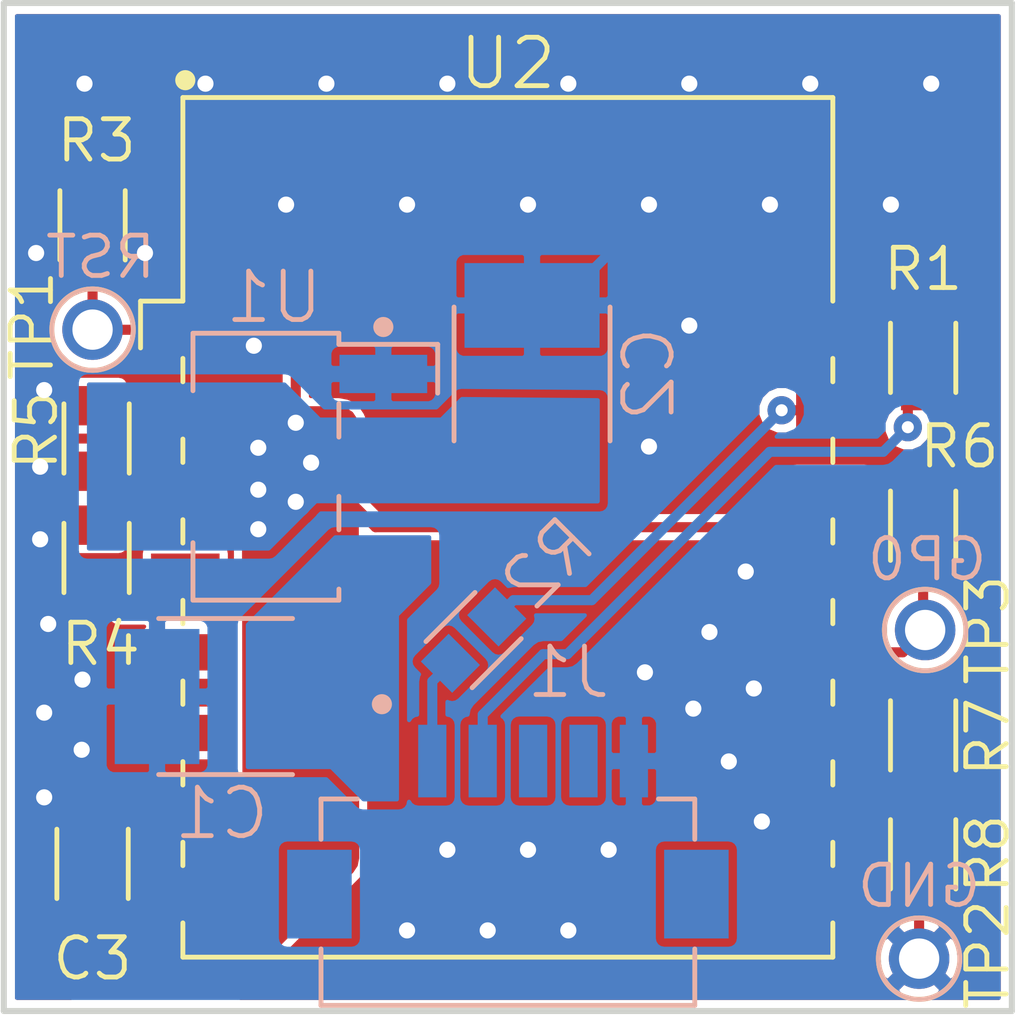
<source format=kicad_pcb>
(kicad_pcb (version 4) (host pcbnew "(2015-10-14 BZR 6269)-product")

  (general
    (links 30)
    (no_connects 0)
    (area 135.924999 91.924999 161.075001 117.075001)
    (thickness 1.6)
    (drawings 4)
    (tracks 212)
    (zones 0)
    (modules 17)
    (nets 14)
  )

  (page A4)
  (layers
    (0 F.Cu signal)
    (31 B.Cu signal)
    (32 B.Adhes user)
    (33 F.Adhes user)
    (34 B.Paste user)
    (35 F.Paste user)
    (36 B.SilkS user)
    (37 F.SilkS user)
    (38 B.Mask user)
    (39 F.Mask user)
    (40 Dwgs.User user)
    (41 Cmts.User user)
    (42 Eco1.User user)
    (43 Eco2.User user)
    (44 Edge.Cuts user)
    (45 Margin user)
    (46 B.CrtYd user)
    (47 F.CrtYd user)
    (48 B.Fab user hide)
    (49 F.Fab user)
  )

  (setup
    (last_trace_width 0.25)
    (user_trace_width 0.2)
    (user_trace_width 0.25)
    (user_trace_width 0.3)
    (user_trace_width 0.4)
    (user_trace_width 0.5)
    (user_trace_width 1)
    (trace_clearance 0.2)
    (zone_clearance 0.2)
    (zone_45_only yes)
    (trace_min 0.2)
    (segment_width 0.2)
    (edge_width 0.15)
    (via_size 0.7)
    (via_drill 0.4)
    (via_min_size 0.7)
    (via_min_drill 0.3)
    (user_via 0.7 0.3)
    (user_via 0.8 0.4)
    (uvia_size 0.3)
    (uvia_drill 0.1)
    (uvias_allowed no)
    (uvia_min_size 0.2)
    (uvia_min_drill 0.1)
    (pcb_text_width 0.3)
    (pcb_text_size 1.5 1.5)
    (mod_edge_width 0.15)
    (mod_text_size 1 1)
    (mod_text_width 0.15)
    (pad_size 1.524 1.524)
    (pad_drill 0.762)
    (pad_to_mask_clearance 0.2)
    (aux_axis_origin 0 0)
    (visible_elements FFFFEF7F)
    (pcbplotparams
      (layerselection 0x01000_00000000)
      (usegerberextensions false)
      (excludeedgelayer true)
      (linewidth 0.100000)
      (plotframeref false)
      (viasonmask false)
      (mode 1)
      (useauxorigin false)
      (hpglpennumber 1)
      (hpglpenspeed 20)
      (hpglpendiameter 15)
      (hpglpenoverlay 2)
      (psnegative false)
      (psa4output false)
      (plotreference true)
      (plotvalue true)
      (plotinvisibletext false)
      (padsonsilk false)
      (subtractmaskfromsilk false)
      (outputformat 1)
      (mirror false)
      (drillshape 0)
      (scaleselection 1)
      (outputdirectory gerber/))
  )

  (net 0 "")
  (net 1 +5V)
  (net 2 +3V3)
  (net 3 /TELEM_TX)
  (net 4 /TELEM_RX)
  (net 5 "Net-(R1-Pad2)")
  (net 6 "Net-(R2-Pad2)")
  (net 7 "Net-(R3-Pad2)")
  (net 8 "Net-(R4-Pad2)")
  (net 9 "Net-(R5-Pad2)")
  (net 10 "Net-(R6-Pad1)")
  (net 11 "Net-(R7-Pad1)")
  (net 12 "Net-(R8-Pad1)")
  (net 13 GND)

  (net_class Default "This is the default net class."
    (clearance 0.2)
    (trace_width 0.25)
    (via_dia 0.7)
    (via_drill 0.4)
    (uvia_dia 0.3)
    (uvia_drill 0.1)
    (add_net +3V3)
    (add_net +5V)
    (add_net /TELEM_RX)
    (add_net /TELEM_TX)
    (add_net GND)
    (add_net "Net-(R1-Pad2)")
    (add_net "Net-(R2-Pad2)")
    (add_net "Net-(R3-Pad2)")
    (add_net "Net-(R4-Pad2)")
    (add_net "Net-(R5-Pad2)")
    (add_net "Net-(R6-Pad1)")
    (add_net "Net-(R7-Pad1)")
    (add_net "Net-(R8-Pad1)")
  )

  (module wa:CAPC3225X230M (layer B.Cu) (tedit 0) (tstamp 57AFA472)
    (at 141.5 109.2 270)
    (path /571F8A89)
    (attr smd)
    (fp_text reference C1 (at 2.9 0.1 360) (layer B.SilkS)
      (effects (font (size 1.2 1.2) (thickness 0.12)) (justify mirror))
    )
    (fp_text value 10u (at 0 0 540) (layer B.Fab)
      (effects (font (size 1 1) (thickness 0.1)) (justify mirror))
    )
    (fp_line (start -1.935 1.66) (end -1.935 -1.66) (layer B.SilkS) (width 0.12))
    (fp_line (start 1.935 1.66) (end 1.935 -1.66) (layer B.SilkS) (width 0.12))
    (fp_text user REF** (at 0 0 540) (layer B.Fab) hide
      (effects (font (size 1 1) (thickness 0.1)) (justify mirror))
    )
    (fp_line (start -1.25 1.6) (end 1.25 1.6) (layer B.Fab) (width 0.1))
    (fp_line (start 1.25 1.6) (end 1.25 -1.6) (layer B.Fab) (width 0.1))
    (fp_line (start 1.25 -1.6) (end -1.25 -1.6) (layer B.Fab) (width 0.1))
    (fp_line (start -1.25 -1.6) (end -1.25 1.6) (layer B.Fab) (width 0.1))
    (fp_circle (center 0 0) (end 0 -0.5) (layer B.CrtYd) (width 0.05))
    (fp_line (start -0.7 0) (end 0.7 0) (layer B.CrtYd) (width 0.05))
    (fp_line (start 0 0.7) (end 0 -0.7) (layer B.CrtYd) (width 0.05))
    (fp_line (start -1.925 3) (end -1.925 1.85) (layer B.CrtYd) (width 0.05))
    (fp_line (start -1.925 1.85) (end -1.925 -1.85) (layer B.CrtYd) (width 0.05))
    (fp_line (start -1.925 -1.85) (end -1.925 -3) (layer B.CrtYd) (width 0.05))
    (fp_line (start -1.925 -3) (end 1.925 -3) (layer B.CrtYd) (width 0.05))
    (fp_line (start 1.925 -3) (end 1.925 -1.85) (layer B.CrtYd) (width 0.05))
    (fp_line (start 1.925 -1.85) (end 1.925 1.85) (layer B.CrtYd) (width 0.05))
    (fp_line (start 1.925 1.85) (end 1.925 3) (layer B.CrtYd) (width 0.05))
    (fp_line (start 1.925 3) (end -1.925 3) (layer B.CrtYd) (width 0.05))
    (pad 1 smd rect (at 0 1.7 270) (size 3.35 2.1) (layers B.Cu B.Paste B.Mask)
      (net 13 GND) (solder_mask_margin 0.1))
    (pad 2 smd rect (at 0 -1.7 270) (size 3.35 2.1) (layers B.Cu B.Paste B.Mask)
      (net 1 +5V) (solder_mask_margin 0.1))
  )

  (module wa:CAPC3225X230M (layer B.Cu) (tedit 0) (tstamp 57AFA489)
    (at 149.1 101.2)
    (path /571F87C1)
    (attr smd)
    (fp_text reference C2 (at 2.9 0 270) (layer B.SilkS)
      (effects (font (size 1.2 1.2) (thickness 0.12)) (justify mirror))
    )
    (fp_text value 10u (at 0 0 270) (layer B.Fab)
      (effects (font (size 1 1) (thickness 0.1)) (justify mirror))
    )
    (fp_line (start -1.935 1.66) (end -1.935 -1.66) (layer B.SilkS) (width 0.12))
    (fp_line (start 1.935 1.66) (end 1.935 -1.66) (layer B.SilkS) (width 0.12))
    (fp_text user REF** (at 0 0 270) (layer B.Fab) hide
      (effects (font (size 1 1) (thickness 0.1)) (justify mirror))
    )
    (fp_line (start -1.25 1.6) (end 1.25 1.6) (layer B.Fab) (width 0.1))
    (fp_line (start 1.25 1.6) (end 1.25 -1.6) (layer B.Fab) (width 0.1))
    (fp_line (start 1.25 -1.6) (end -1.25 -1.6) (layer B.Fab) (width 0.1))
    (fp_line (start -1.25 -1.6) (end -1.25 1.6) (layer B.Fab) (width 0.1))
    (fp_circle (center 0 0) (end 0 -0.5) (layer B.CrtYd) (width 0.05))
    (fp_line (start -0.7 0) (end 0.7 0) (layer B.CrtYd) (width 0.05))
    (fp_line (start 0 0.7) (end 0 -0.7) (layer B.CrtYd) (width 0.05))
    (fp_line (start -1.925 3) (end -1.925 1.85) (layer B.CrtYd) (width 0.05))
    (fp_line (start -1.925 1.85) (end -1.925 -1.85) (layer B.CrtYd) (width 0.05))
    (fp_line (start -1.925 -1.85) (end -1.925 -3) (layer B.CrtYd) (width 0.05))
    (fp_line (start -1.925 -3) (end 1.925 -3) (layer B.CrtYd) (width 0.05))
    (fp_line (start 1.925 -3) (end 1.925 -1.85) (layer B.CrtYd) (width 0.05))
    (fp_line (start 1.925 -1.85) (end 1.925 1.85) (layer B.CrtYd) (width 0.05))
    (fp_line (start 1.925 1.85) (end 1.925 3) (layer B.CrtYd) (width 0.05))
    (fp_line (start 1.925 3) (end -1.925 3) (layer B.CrtYd) (width 0.05))
    (pad 1 smd rect (at 0 1.7) (size 3.35 2.1) (layers B.Cu B.Paste B.Mask)
      (net 2 +3V3) (solder_mask_margin 0.1))
    (pad 2 smd rect (at 0 -1.7) (size 3.35 2.1) (layers B.Cu B.Paste B.Mask)
      (net 13 GND) (solder_mask_margin 0.1))
  )

  (module wa:CAPC1608X92M (layer F.Cu) (tedit 57AFAA84) (tstamp 57AFA4A0)
    (at 138.2 113.35 180)
    (path /571F5C58)
    (attr smd)
    (fp_text reference C3 (at 0 -2.35 180) (layer F.SilkS)
      (effects (font (size 1 1) (thickness 0.12)))
    )
    (fp_text value 0.1u (at 0 0 270) (layer F.Fab)
      (effects (font (size 0.528 0.528) (thickness 0.1)))
    )
    (fp_line (start -0.885 -0.86) (end -0.885 0.86) (layer F.SilkS) (width 0.12))
    (fp_line (start 0.885 -0.86) (end 0.885 0.86) (layer F.SilkS) (width 0.12))
    (fp_text user REF** (at 0 0 270) (layer F.Fab) hide
      (effects (font (size 0.528 0.528) (thickness 0.1)))
    )
    (fp_line (start -0.4 -0.8) (end 0.4 -0.8) (layer F.Fab) (width 0.1))
    (fp_line (start 0.4 -0.8) (end 0.4 0.8) (layer F.Fab) (width 0.1))
    (fp_line (start 0.4 0.8) (end -0.4 0.8) (layer F.Fab) (width 0.1))
    (fp_line (start -0.4 0.8) (end -0.4 -0.8) (layer F.Fab) (width 0.1))
    (fp_circle (center 0 0) (end 0 0.5) (layer F.CrtYd) (width 0.05))
    (fp_line (start -0.7 0) (end 0.7 0) (layer F.CrtYd) (width 0.05))
    (fp_line (start 0 -0.7) (end 0 0.7) (layer F.CrtYd) (width 0.05))
    (fp_line (start -0.875 -1.55) (end -0.875 -1.05) (layer F.CrtYd) (width 0.05))
    (fp_line (start -0.875 -1.05) (end -0.875 1.05) (layer F.CrtYd) (width 0.05))
    (fp_line (start -0.875 1.05) (end -0.875 1.55) (layer F.CrtYd) (width 0.05))
    (fp_line (start -0.875 1.55) (end 0.875 1.55) (layer F.CrtYd) (width 0.05))
    (fp_line (start 0.875 1.55) (end 0.875 1.05) (layer F.CrtYd) (width 0.05))
    (fp_line (start 0.875 1.05) (end 0.875 -1.05) (layer F.CrtYd) (width 0.05))
    (fp_line (start 0.875 -1.05) (end 0.875 -1.55) (layer F.CrtYd) (width 0.05))
    (fp_line (start 0.875 -1.55) (end -0.875 -1.55) (layer F.CrtYd) (width 0.05))
    (pad 1 smd rect (at 0 -0.75 180) (size 1.25 1.1) (layers F.Cu F.Paste F.Mask)
      (net 2 +3V3) (solder_mask_margin 0.1))
    (pad 2 smd rect (at 0 0.75 180) (size 1.25 1.1) (layers F.Cu F.Paste F.Mask)
      (net 13 GND) (solder_mask_margin 0.1))
  )

  (module wa:RESC1608X55M (layer F.Cu) (tedit 57AFA97D) (tstamp 57AFA4B7)
    (at 158.8 100.8 180)
    (path /571F5ECE)
    (attr smd)
    (fp_text reference R1 (at 0 2.2 180) (layer F.SilkS)
      (effects (font (size 1 1) (thickness 0.12)))
    )
    (fp_text value 33 (at 0 0 270) (layer F.Fab)
      (effects (font (size 0.528 0.528) (thickness 0.1)))
    )
    (fp_line (start -0.81 -0.86) (end -0.81 0.86) (layer F.SilkS) (width 0.12))
    (fp_line (start 0.81 -0.86) (end 0.81 0.86) (layer F.SilkS) (width 0.12))
    (fp_text user REF** (at 0 0 270) (layer F.Fab) hide
      (effects (font (size 0.528 0.528) (thickness 0.1)))
    )
    (fp_line (start -0.4 -0.8) (end 0.4 -0.8) (layer F.Fab) (width 0.1))
    (fp_line (start 0.4 -0.8) (end 0.4 0.8) (layer F.Fab) (width 0.1))
    (fp_line (start 0.4 0.8) (end -0.4 0.8) (layer F.Fab) (width 0.1))
    (fp_line (start -0.4 0.8) (end -0.4 -0.8) (layer F.Fab) (width 0.1))
    (fp_circle (center 0 0) (end 0 0.5) (layer F.CrtYd) (width 0.05))
    (fp_line (start -0.7 0) (end 0.7 0) (layer F.CrtYd) (width 0.05))
    (fp_line (start 0 -0.7) (end 0 0.7) (layer F.CrtYd) (width 0.05))
    (fp_line (start -0.73 -1.48) (end -0.73 -0.98) (layer F.CrtYd) (width 0.05))
    (fp_line (start -0.73 -0.98) (end -0.73 0.98) (layer F.CrtYd) (width 0.05))
    (fp_line (start -0.73 0.98) (end -0.73 1.48) (layer F.CrtYd) (width 0.05))
    (fp_line (start -0.73 1.48) (end 0.73 1.48) (layer F.CrtYd) (width 0.05))
    (fp_line (start 0.73 1.48) (end 0.73 0.98) (layer F.CrtYd) (width 0.05))
    (fp_line (start 0.73 0.98) (end 0.73 -0.98) (layer F.CrtYd) (width 0.05))
    (fp_line (start 0.73 -0.98) (end 0.73 -1.48) (layer F.CrtYd) (width 0.05))
    (fp_line (start 0.73 -1.48) (end -0.73 -1.48) (layer F.CrtYd) (width 0.05))
    (pad 1 smd rect (at 0 -0.813 180) (size 1.1 0.975) (layers F.Cu F.Paste F.Mask)
      (net 4 /TELEM_RX) (solder_mask_margin 0.1))
    (pad 2 smd rect (at 0 0.813 180) (size 1.1 0.975) (layers F.Cu F.Paste F.Mask)
      (net 5 "Net-(R1-Pad2)") (solder_mask_margin 0.1))
  )

  (module wa:RESC1608X55M (layer B.Cu) (tedit 0) (tstamp 57AFA4CE)
    (at 147.65 107.8 315)
    (path /571F5F68)
    (attr smd)
    (fp_text reference R2 (at -0.035355 -2.65165 585) (layer B.SilkS)
      (effects (font (size 1.2 1.2) (thickness 0.12)) (justify mirror))
    )
    (fp_text value 33 (at 0 0 585) (layer B.Fab)
      (effects (font (size 0.528 0.528) (thickness 0.1)) (justify mirror))
    )
    (fp_line (start -0.81 0.86) (end -0.81 -0.86) (layer B.SilkS) (width 0.12))
    (fp_line (start 0.81 0.86) (end 0.81 -0.86) (layer B.SilkS) (width 0.12))
    (fp_text user REF** (at 0 0 585) (layer B.Fab) hide
      (effects (font (size 0.528 0.528) (thickness 0.1)) (justify mirror))
    )
    (fp_line (start -0.4 0.8) (end 0.4 0.8) (layer B.Fab) (width 0.1))
    (fp_line (start 0.4 0.8) (end 0.4 -0.8) (layer B.Fab) (width 0.1))
    (fp_line (start 0.4 -0.8) (end -0.4 -0.8) (layer B.Fab) (width 0.1))
    (fp_line (start -0.4 -0.8) (end -0.4 0.8) (layer B.Fab) (width 0.1))
    (fp_circle (center 0 0) (end 0 -0.5) (layer B.CrtYd) (width 0.05))
    (fp_line (start -0.7 0) (end 0.7 0) (layer B.CrtYd) (width 0.05))
    (fp_line (start 0 0.7) (end 0 -0.7) (layer B.CrtYd) (width 0.05))
    (fp_line (start -0.73 1.48) (end -0.73 0.98) (layer B.CrtYd) (width 0.05))
    (fp_line (start -0.73 0.98) (end -0.73 -0.98) (layer B.CrtYd) (width 0.05))
    (fp_line (start -0.73 -0.98) (end -0.73 -1.48) (layer B.CrtYd) (width 0.05))
    (fp_line (start -0.73 -1.48) (end 0.73 -1.48) (layer B.CrtYd) (width 0.05))
    (fp_line (start 0.73 -1.48) (end 0.73 -0.98) (layer B.CrtYd) (width 0.05))
    (fp_line (start 0.73 -0.98) (end 0.73 0.98) (layer B.CrtYd) (width 0.05))
    (fp_line (start 0.73 0.98) (end 0.73 1.48) (layer B.CrtYd) (width 0.05))
    (fp_line (start 0.73 1.48) (end -0.73 1.48) (layer B.CrtYd) (width 0.05))
    (pad 1 smd rect (at 0 0.813 315) (size 1.1 0.975) (layers B.Cu B.Paste B.Mask)
      (net 3 /TELEM_TX) (solder_mask_margin 0.1))
    (pad 2 smd rect (at 0 -0.813 315) (size 1.1 0.975) (layers B.Cu B.Paste B.Mask)
      (net 6 "Net-(R2-Pad2)") (solder_mask_margin 0.1))
  )

  (module wa:RESC1608X55M (layer F.Cu) (tedit 57AFA9F6) (tstamp 57AFA4E5)
    (at 138.2 97.513)
    (path /571F7621)
    (attr smd)
    (fp_text reference R3 (at 0.1 -2.1) (layer F.SilkS)
      (effects (font (size 1 1) (thickness 0.12)))
    )
    (fp_text value DNP (at 0 0 90) (layer F.Fab)
      (effects (font (size 0.528 0.528) (thickness 0.1)))
    )
    (fp_line (start -0.81 -0.86) (end -0.81 0.86) (layer F.SilkS) (width 0.12))
    (fp_line (start 0.81 -0.86) (end 0.81 0.86) (layer F.SilkS) (width 0.12))
    (fp_text user REF** (at 0 0 90) (layer F.Fab) hide
      (effects (font (size 0.528 0.528) (thickness 0.1)))
    )
    (fp_line (start -0.4 -0.8) (end 0.4 -0.8) (layer F.Fab) (width 0.1))
    (fp_line (start 0.4 -0.8) (end 0.4 0.8) (layer F.Fab) (width 0.1))
    (fp_line (start 0.4 0.8) (end -0.4 0.8) (layer F.Fab) (width 0.1))
    (fp_line (start -0.4 0.8) (end -0.4 -0.8) (layer F.Fab) (width 0.1))
    (fp_circle (center 0 0) (end 0 0.5) (layer F.CrtYd) (width 0.05))
    (fp_line (start -0.7 0) (end 0.7 0) (layer F.CrtYd) (width 0.05))
    (fp_line (start 0 -0.7) (end 0 0.7) (layer F.CrtYd) (width 0.05))
    (fp_line (start -0.73 -1.48) (end -0.73 -0.98) (layer F.CrtYd) (width 0.05))
    (fp_line (start -0.73 -0.98) (end -0.73 0.98) (layer F.CrtYd) (width 0.05))
    (fp_line (start -0.73 0.98) (end -0.73 1.48) (layer F.CrtYd) (width 0.05))
    (fp_line (start -0.73 1.48) (end 0.73 1.48) (layer F.CrtYd) (width 0.05))
    (fp_line (start 0.73 1.48) (end 0.73 0.98) (layer F.CrtYd) (width 0.05))
    (fp_line (start 0.73 0.98) (end 0.73 -0.98) (layer F.CrtYd) (width 0.05))
    (fp_line (start 0.73 -0.98) (end 0.73 -1.48) (layer F.CrtYd) (width 0.05))
    (fp_line (start 0.73 -1.48) (end -0.73 -1.48) (layer F.CrtYd) (width 0.05))
    (pad 1 smd rect (at 0 -0.813) (size 1.1 0.975) (layers F.Cu F.Paste F.Mask)
      (net 2 +3V3) (solder_mask_margin 0.1))
    (pad 2 smd rect (at 0 0.813) (size 1.1 0.975) (layers F.Cu F.Paste F.Mask)
      (net 7 "Net-(R3-Pad2)") (solder_mask_margin 0.1))
  )

  (module wa:RESC1608X55M (layer F.Cu) (tedit 57AFAA4F) (tstamp 57AFA4FC)
    (at 138.3 105.763 180)
    (path /571F60D0)
    (attr smd)
    (fp_text reference R4 (at -0.1 -2.137 360) (layer F.SilkS)
      (effects (font (size 1 1) (thickness 0.12)))
    )
    (fp_text value 10k (at 0 0 270) (layer F.Fab)
      (effects (font (size 0.528 0.528) (thickness 0.1)))
    )
    (fp_line (start -0.81 -0.86) (end -0.81 0.86) (layer F.SilkS) (width 0.12))
    (fp_line (start 0.81 -0.86) (end 0.81 0.86) (layer F.SilkS) (width 0.12))
    (fp_text user REF** (at 0 0 270) (layer F.Fab) hide
      (effects (font (size 0.528 0.528) (thickness 0.1)))
    )
    (fp_line (start -0.4 -0.8) (end 0.4 -0.8) (layer F.Fab) (width 0.1))
    (fp_line (start 0.4 -0.8) (end 0.4 0.8) (layer F.Fab) (width 0.1))
    (fp_line (start 0.4 0.8) (end -0.4 0.8) (layer F.Fab) (width 0.1))
    (fp_line (start -0.4 0.8) (end -0.4 -0.8) (layer F.Fab) (width 0.1))
    (fp_circle (center 0 0) (end 0 0.5) (layer F.CrtYd) (width 0.05))
    (fp_line (start -0.7 0) (end 0.7 0) (layer F.CrtYd) (width 0.05))
    (fp_line (start 0 -0.7) (end 0 0.7) (layer F.CrtYd) (width 0.05))
    (fp_line (start -0.73 -1.48) (end -0.73 -0.98) (layer F.CrtYd) (width 0.05))
    (fp_line (start -0.73 -0.98) (end -0.73 0.98) (layer F.CrtYd) (width 0.05))
    (fp_line (start -0.73 0.98) (end -0.73 1.48) (layer F.CrtYd) (width 0.05))
    (fp_line (start -0.73 1.48) (end 0.73 1.48) (layer F.CrtYd) (width 0.05))
    (fp_line (start 0.73 1.48) (end 0.73 0.98) (layer F.CrtYd) (width 0.05))
    (fp_line (start 0.73 0.98) (end 0.73 -0.98) (layer F.CrtYd) (width 0.05))
    (fp_line (start 0.73 -0.98) (end 0.73 -1.48) (layer F.CrtYd) (width 0.05))
    (fp_line (start 0.73 -1.48) (end -0.73 -1.48) (layer F.CrtYd) (width 0.05))
    (pad 1 smd rect (at 0 -0.813 180) (size 1.1 0.975) (layers F.Cu F.Paste F.Mask)
      (net 2 +3V3) (solder_mask_margin 0.1))
    (pad 2 smd rect (at 0 0.813 180) (size 1.1 0.975) (layers F.Cu F.Paste F.Mask)
      (net 8 "Net-(R4-Pad2)") (solder_mask_margin 0.1))
  )

  (module wa:RESC1608X55M (layer F.Cu) (tedit 57AFAA4A) (tstamp 57AFA513)
    (at 138.3 102.8 180)
    (path /571F6497)
    (attr smd)
    (fp_text reference R5 (at 1.5 0.2 270) (layer F.SilkS)
      (effects (font (size 1 1) (thickness 0.12)))
    )
    (fp_text value DNP (at 0 0 270) (layer F.Fab)
      (effects (font (size 0.528 0.528) (thickness 0.1)))
    )
    (fp_line (start -0.81 -0.86) (end -0.81 0.86) (layer F.SilkS) (width 0.12))
    (fp_line (start 0.81 -0.86) (end 0.81 0.86) (layer F.SilkS) (width 0.12))
    (fp_text user REF** (at 0 0 270) (layer F.Fab) hide
      (effects (font (size 0.528 0.528) (thickness 0.1)))
    )
    (fp_line (start -0.4 -0.8) (end 0.4 -0.8) (layer F.Fab) (width 0.1))
    (fp_line (start 0.4 -0.8) (end 0.4 0.8) (layer F.Fab) (width 0.1))
    (fp_line (start 0.4 0.8) (end -0.4 0.8) (layer F.Fab) (width 0.1))
    (fp_line (start -0.4 0.8) (end -0.4 -0.8) (layer F.Fab) (width 0.1))
    (fp_circle (center 0 0) (end 0 0.5) (layer F.CrtYd) (width 0.05))
    (fp_line (start -0.7 0) (end 0.7 0) (layer F.CrtYd) (width 0.05))
    (fp_line (start 0 -0.7) (end 0 0.7) (layer F.CrtYd) (width 0.05))
    (fp_line (start -0.73 -1.48) (end -0.73 -0.98) (layer F.CrtYd) (width 0.05))
    (fp_line (start -0.73 -0.98) (end -0.73 0.98) (layer F.CrtYd) (width 0.05))
    (fp_line (start -0.73 0.98) (end -0.73 1.48) (layer F.CrtYd) (width 0.05))
    (fp_line (start -0.73 1.48) (end 0.73 1.48) (layer F.CrtYd) (width 0.05))
    (fp_line (start 0.73 1.48) (end 0.73 0.98) (layer F.CrtYd) (width 0.05))
    (fp_line (start 0.73 0.98) (end 0.73 -0.98) (layer F.CrtYd) (width 0.05))
    (fp_line (start 0.73 -0.98) (end 0.73 -1.48) (layer F.CrtYd) (width 0.05))
    (fp_line (start 0.73 -1.48) (end -0.73 -1.48) (layer F.CrtYd) (width 0.05))
    (pad 1 smd rect (at 0 -0.813 180) (size 1.1 0.975) (layers F.Cu F.Paste F.Mask)
      (net 13 GND) (solder_mask_margin 0.1))
    (pad 2 smd rect (at 0 0.813 180) (size 1.1 0.975) (layers F.Cu F.Paste F.Mask)
      (net 9 "Net-(R5-Pad2)") (solder_mask_margin 0.1))
  )

  (module wa:RESC1608X55M (layer F.Cu) (tedit 57AFA970) (tstamp 57AFA52A)
    (at 158.8 104.963 180)
    (path /571F6B3D)
    (attr smd)
    (fp_text reference R6 (at -0.9 1.963 180) (layer F.SilkS)
      (effects (font (size 1 1) (thickness 0.12)))
    )
    (fp_text value DNP (at 0 0 270) (layer F.Fab)
      (effects (font (size 0.528 0.528) (thickness 0.1)))
    )
    (fp_line (start -0.81 -0.86) (end -0.81 0.86) (layer F.SilkS) (width 0.12))
    (fp_line (start 0.81 -0.86) (end 0.81 0.86) (layer F.SilkS) (width 0.12))
    (fp_text user REF** (at 0 0 270) (layer F.Fab) hide
      (effects (font (size 0.528 0.528) (thickness 0.1)))
    )
    (fp_line (start -0.4 -0.8) (end 0.4 -0.8) (layer F.Fab) (width 0.1))
    (fp_line (start 0.4 -0.8) (end 0.4 0.8) (layer F.Fab) (width 0.1))
    (fp_line (start 0.4 0.8) (end -0.4 0.8) (layer F.Fab) (width 0.1))
    (fp_line (start -0.4 0.8) (end -0.4 -0.8) (layer F.Fab) (width 0.1))
    (fp_circle (center 0 0) (end 0 0.5) (layer F.CrtYd) (width 0.05))
    (fp_line (start -0.7 0) (end 0.7 0) (layer F.CrtYd) (width 0.05))
    (fp_line (start 0 -0.7) (end 0 0.7) (layer F.CrtYd) (width 0.05))
    (fp_line (start -0.73 -1.48) (end -0.73 -0.98) (layer F.CrtYd) (width 0.05))
    (fp_line (start -0.73 -0.98) (end -0.73 0.98) (layer F.CrtYd) (width 0.05))
    (fp_line (start -0.73 0.98) (end -0.73 1.48) (layer F.CrtYd) (width 0.05))
    (fp_line (start -0.73 1.48) (end 0.73 1.48) (layer F.CrtYd) (width 0.05))
    (fp_line (start 0.73 1.48) (end 0.73 0.98) (layer F.CrtYd) (width 0.05))
    (fp_line (start 0.73 0.98) (end 0.73 -0.98) (layer F.CrtYd) (width 0.05))
    (fp_line (start 0.73 -0.98) (end 0.73 -1.48) (layer F.CrtYd) (width 0.05))
    (fp_line (start 0.73 -1.48) (end -0.73 -1.48) (layer F.CrtYd) (width 0.05))
    (pad 1 smd rect (at 0 -0.813 180) (size 1.1 0.975) (layers F.Cu F.Paste F.Mask)
      (net 10 "Net-(R6-Pad1)") (solder_mask_margin 0.1))
    (pad 2 smd rect (at 0 0.813 180) (size 1.1 0.975) (layers F.Cu F.Paste F.Mask)
      (net 2 +3V3) (solder_mask_margin 0.1))
  )

  (module wa:RESC1608X55M (layer F.Cu) (tedit 57AFA9AD) (tstamp 57AFA541)
    (at 158.8 110.163)
    (path /571F72AE)
    (attr smd)
    (fp_text reference R7 (at 1.6 0.037 90) (layer F.SilkS)
      (effects (font (size 1 1) (thickness 0.12)))
    )
    (fp_text value DNP (at 0 0 90) (layer F.Fab)
      (effects (font (size 0.528 0.528) (thickness 0.1)))
    )
    (fp_line (start -0.81 -0.86) (end -0.81 0.86) (layer F.SilkS) (width 0.12))
    (fp_line (start 0.81 -0.86) (end 0.81 0.86) (layer F.SilkS) (width 0.12))
    (fp_text user REF** (at 0 0 90) (layer F.Fab) hide
      (effects (font (size 0.528 0.528) (thickness 0.1)))
    )
    (fp_line (start -0.4 -0.8) (end 0.4 -0.8) (layer F.Fab) (width 0.1))
    (fp_line (start 0.4 -0.8) (end 0.4 0.8) (layer F.Fab) (width 0.1))
    (fp_line (start 0.4 0.8) (end -0.4 0.8) (layer F.Fab) (width 0.1))
    (fp_line (start -0.4 0.8) (end -0.4 -0.8) (layer F.Fab) (width 0.1))
    (fp_circle (center 0 0) (end 0 0.5) (layer F.CrtYd) (width 0.05))
    (fp_line (start -0.7 0) (end 0.7 0) (layer F.CrtYd) (width 0.05))
    (fp_line (start 0 -0.7) (end 0 0.7) (layer F.CrtYd) (width 0.05))
    (fp_line (start -0.73 -1.48) (end -0.73 -0.98) (layer F.CrtYd) (width 0.05))
    (fp_line (start -0.73 -0.98) (end -0.73 0.98) (layer F.CrtYd) (width 0.05))
    (fp_line (start -0.73 0.98) (end -0.73 1.48) (layer F.CrtYd) (width 0.05))
    (fp_line (start -0.73 1.48) (end 0.73 1.48) (layer F.CrtYd) (width 0.05))
    (fp_line (start 0.73 1.48) (end 0.73 0.98) (layer F.CrtYd) (width 0.05))
    (fp_line (start 0.73 0.98) (end 0.73 -0.98) (layer F.CrtYd) (width 0.05))
    (fp_line (start 0.73 -0.98) (end 0.73 -1.48) (layer F.CrtYd) (width 0.05))
    (fp_line (start 0.73 -1.48) (end -0.73 -1.48) (layer F.CrtYd) (width 0.05))
    (pad 1 smd rect (at 0 -0.813) (size 1.1 0.975) (layers F.Cu F.Paste F.Mask)
      (net 11 "Net-(R7-Pad1)") (solder_mask_margin 0.1))
    (pad 2 smd rect (at 0 0.813) (size 1.1 0.975) (layers F.Cu F.Paste F.Mask)
      (net 2 +3V3) (solder_mask_margin 0.1))
  )

  (module wa:RESC1608X55M (layer F.Cu) (tedit 57AFA9C0) (tstamp 57AFA558)
    (at 158.8 113.113)
    (path /571F61D7)
    (attr smd)
    (fp_text reference R8 (at 1.6 -0.013 90) (layer F.SilkS)
      (effects (font (size 1 1) (thickness 0.12)))
    )
    (fp_text value 10k (at 0 0 90) (layer F.Fab)
      (effects (font (size 0.528 0.528) (thickness 0.1)))
    )
    (fp_line (start -0.81 -0.86) (end -0.81 0.86) (layer F.SilkS) (width 0.12))
    (fp_line (start 0.81 -0.86) (end 0.81 0.86) (layer F.SilkS) (width 0.12))
    (fp_text user REF** (at 0 0 90) (layer F.Fab) hide
      (effects (font (size 0.528 0.528) (thickness 0.1)))
    )
    (fp_line (start -0.4 -0.8) (end 0.4 -0.8) (layer F.Fab) (width 0.1))
    (fp_line (start 0.4 -0.8) (end 0.4 0.8) (layer F.Fab) (width 0.1))
    (fp_line (start 0.4 0.8) (end -0.4 0.8) (layer F.Fab) (width 0.1))
    (fp_line (start -0.4 0.8) (end -0.4 -0.8) (layer F.Fab) (width 0.1))
    (fp_circle (center 0 0) (end 0 0.5) (layer F.CrtYd) (width 0.05))
    (fp_line (start -0.7 0) (end 0.7 0) (layer F.CrtYd) (width 0.05))
    (fp_line (start 0 -0.7) (end 0 0.7) (layer F.CrtYd) (width 0.05))
    (fp_line (start -0.73 -1.48) (end -0.73 -0.98) (layer F.CrtYd) (width 0.05))
    (fp_line (start -0.73 -0.98) (end -0.73 0.98) (layer F.CrtYd) (width 0.05))
    (fp_line (start -0.73 0.98) (end -0.73 1.48) (layer F.CrtYd) (width 0.05))
    (fp_line (start -0.73 1.48) (end 0.73 1.48) (layer F.CrtYd) (width 0.05))
    (fp_line (start 0.73 1.48) (end 0.73 0.98) (layer F.CrtYd) (width 0.05))
    (fp_line (start 0.73 0.98) (end 0.73 -0.98) (layer F.CrtYd) (width 0.05))
    (fp_line (start 0.73 -0.98) (end 0.73 -1.48) (layer F.CrtYd) (width 0.05))
    (fp_line (start 0.73 -1.48) (end -0.73 -1.48) (layer F.CrtYd) (width 0.05))
    (pad 1 smd rect (at 0 -0.813) (size 1.1 0.975) (layers F.Cu F.Paste F.Mask)
      (net 12 "Net-(R8-Pad1)") (solder_mask_margin 0.1))
    (pad 2 smd rect (at 0 0.813) (size 1.1 0.975) (layers F.Cu F.Paste F.Mask)
      (net 13 GND) (solder_mask_margin 0.1))
  )

  (module wa:TP-TH-1 (layer F.Cu) (tedit 57AFAA05) (tstamp 57AFA56F)
    (at 138.2 100.1)
    (path /571F78F5)
    (fp_text reference TP1 (at -1.5 -0.1 90) (layer F.SilkS)
      (effects (font (size 1 1) (thickness 0.12)))
    )
    (fp_text value RST (at 0.2 -1.8) (layer B.SilkS)
      (effects (font (size 1 1) (thickness 0.12)) (justify mirror))
    )
    (fp_circle (center 0 0) (end 0 1.01) (layer F.SilkS) (width 0.12))
    (fp_circle (center 0 0) (end 0 1.01) (layer B.SilkS) (width 0.12))
    (pad 1 thru_hole circle (at 0 0) (size 1.5 1.5) (drill 1) (layers *.Cu *.Paste *.Mask)
      (net 7 "Net-(R3-Pad2)") (solder_mask_margin 0.2))
  )

  (module wa:TP-TH-1 (layer F.Cu) (tedit 57AFA9D3) (tstamp 57AFA575)
    (at 158.7 115.7)
    (path /571F66FC)
    (fp_text reference TP2 (at 1.7 -0.1 90) (layer F.SilkS)
      (effects (font (size 1 1) (thickness 0.12)))
    )
    (fp_text value GND (at 0 -1.8) (layer B.SilkS)
      (effects (font (size 1 1) (thickness 0.12)) (justify mirror))
    )
    (fp_circle (center 0 0) (end 0 1.01) (layer F.SilkS) (width 0.12))
    (fp_circle (center 0 0) (end 0 1.01) (layer B.SilkS) (width 0.12))
    (pad 1 thru_hole circle (at 0 0) (size 1.5 1.5) (drill 1) (layers *.Cu *.Paste *.Mask)
      (net 13 GND) (solder_mask_margin 0.2))
  )

  (module wa:TP-TH-1 (layer F.Cu) (tedit 57AFA994) (tstamp 57AFA57B)
    (at 158.85 107.55)
    (path /571F6646)
    (fp_text reference TP3 (at 1.55 0 90) (layer F.SilkS)
      (effects (font (size 1 1) (thickness 0.12)))
    )
    (fp_text value GP0 (at 0.05 -1.75) (layer B.SilkS)
      (effects (font (size 1 1) (thickness 0.12)) (justify mirror))
    )
    (fp_circle (center 0 0) (end 0 1.01) (layer F.SilkS) (width 0.12))
    (fp_circle (center 0 0) (end 0 1.01) (layer B.SilkS) (width 0.12))
    (pad 1 thru_hole circle (at 0 0) (size 1.5 1.5) (drill 1) (layers *.Cu *.Paste *.Mask)
      (net 10 "Net-(R6-Pad1)") (solder_mask_margin 0.2))
  )

  (module wa:SOT230P700X180-4M (layer B.Cu) (tedit 0) (tstamp 57AFA581)
    (at 142.5 103.5 180)
    (path /571F86AC)
    (attr smd)
    (fp_text reference U1 (at -0.2 4.2 180) (layer B.SilkS)
      (effects (font (size 1.2 1.2) (thickness 0.12)) (justify mirror))
    )
    (fp_text value LM1117IMPX-3.3 (at 0 0 450) (layer B.Fab)
      (effects (font (size 1 1) (thickness 0.1)) (justify mirror))
    )
    (fp_line (start -1.81 3.31) (end 1.81 3.31) (layer B.SilkS) (width 0.12))
    (fp_line (start 1.81 3.31) (end 1.81 1.885) (layer B.SilkS) (width 0.12))
    (fp_line (start 1.81 -1.885) (end 1.81 -3.31) (layer B.SilkS) (width 0.12))
    (fp_line (start 1.81 -3.31) (end -1.81 -3.31) (layer B.SilkS) (width 0.12))
    (fp_line (start -1.81 3.31) (end -1.81 3.035) (layer B.SilkS) (width 0.12))
    (fp_line (start -1.81 1.565) (end -1.81 0.735) (layer B.SilkS) (width 0.12))
    (fp_line (start -1.81 -0.735) (end -1.81 -1.565) (layer B.SilkS) (width 0.12))
    (fp_line (start -1.81 -3.035) (end -1.81 -3.31) (layer B.SilkS) (width 0.12))
    (fp_circle (center -2.912 3.465) (end -2.912 3.34) (layer B.SilkS) (width 0.25))
    (fp_line (start -1.81 3.035) (end -4.26 3.035) (layer B.SilkS) (width 0.12))
    (fp_line (start -4.26 3.035) (end -4.26 1.825) (layer B.SilkS) (width 0.12))
    (fp_text user REF** (at 0 0 450) (layer B.Fab) hide
      (effects (font (size 1 1) (thickness 0.1)) (justify mirror))
    )
    (fp_line (start -0.75 3.25) (end 1.75 3.25) (layer B.Fab) (width 0.1))
    (fp_line (start 1.75 3.25) (end 1.75 -3.25) (layer B.Fab) (width 0.1))
    (fp_line (start 1.75 -3.25) (end -1.75 -3.25) (layer B.Fab) (width 0.1))
    (fp_line (start -1.75 -3.25) (end -1.75 2.25) (layer B.Fab) (width 0.1))
    (fp_line (start -1.75 2.25) (end -0.75 3.25) (layer B.Fab) (width 0.1))
    (fp_circle (center 0 0) (end 0 -0.5) (layer B.CrtYd) (width 0.05))
    (fp_line (start -0.7 0) (end 0.7 0) (layer B.CrtYd) (width 0.05))
    (fp_line (start 0 0.7) (end 0 -0.7) (layer B.CrtYd) (width 0.05))
    (fp_line (start -4.5 3.275) (end -2.25 3.275) (layer B.CrtYd) (width 0.05))
    (fp_line (start -2.25 3.275) (end -2.25 3.75) (layer B.CrtYd) (width 0.05))
    (fp_line (start -2.25 3.75) (end 2.25 3.75) (layer B.CrtYd) (width 0.05))
    (fp_line (start 2.25 3.75) (end 2.25 2.125) (layer B.CrtYd) (width 0.05))
    (fp_line (start 2.25 2.125) (end 4.5 2.125) (layer B.CrtYd) (width 0.05))
    (fp_line (start 4.5 2.125) (end 4.5 -2.125) (layer B.CrtYd) (width 0.05))
    (fp_line (start 4.5 -2.125) (end 2.25 -2.125) (layer B.CrtYd) (width 0.05))
    (fp_line (start 2.25 -2.125) (end 2.25 -3.75) (layer B.CrtYd) (width 0.05))
    (fp_line (start 2.25 -3.75) (end -2.25 -3.75) (layer B.CrtYd) (width 0.05))
    (fp_line (start -2.25 -3.75) (end -2.25 -3.275) (layer B.CrtYd) (width 0.05))
    (fp_line (start -2.25 -3.275) (end -4.5 -3.275) (layer B.CrtYd) (width 0.05))
    (fp_line (start -4.5 -3.275) (end -4.5 3.275) (layer B.CrtYd) (width 0.05))
    (pad 1 smd rect (at -2.912 2.3 180) (size 2.175 0.95) (layers B.Cu B.Paste B.Mask)
      (net 13 GND) (solder_mask_margin 0.1))
    (pad 2 smd rect (at -2.912 0 180) (size 2.175 0.95) (layers B.Cu B.Paste B.Mask)
      (net 2 +3V3) (solder_mask_margin 0.1))
    (pad 3 smd rect (at -2.912 -2.3 180) (size 2.175 0.95) (layers B.Cu B.Paste B.Mask)
      (net 1 +5V) (solder_mask_margin 0.1))
    (pad 4 smd rect (at 2.912 0 180) (size 2.175 3.25) (layers B.Cu B.Paste B.Mask)
      (net 2 +3V3) (solder_mask_margin 0.1))
  )

  (module wa:SON200P2120X1600X300-16M (layer F.Cu) (tedit 0) (tstamp 57AFA5A8)
    (at 148.5 105.0036)
    (path /571F5B4B)
    (attr smd)
    (fp_text reference U2 (at 0 -11.5036) (layer F.SilkS)
      (effects (font (size 1.2 1.2) (thickness 0.12)))
    )
    (fp_text value ESP-07 (at 0 0 90) (layer F.Fab)
      (effects (font (size 1 1) (thickness 0.1)))
    )
    (fp_line (start -8.06 -10.66) (end 8.06 -10.66) (layer F.SilkS) (width 0.12))
    (fp_line (start 8.06 -10.66) (end 8.06 -5.61) (layer F.SilkS) (width 0.12))
    (fp_line (start 8.06 -4.19) (end 8.06 -3.61) (layer F.SilkS) (width 0.12))
    (fp_line (start 8.06 -2.19) (end 8.06 -1.61) (layer F.SilkS) (width 0.12))
    (fp_line (start 8.06 -0.19) (end 8.06 0.39) (layer F.SilkS) (width 0.12))
    (fp_line (start 8.06 1.81) (end 8.06 2.39) (layer F.SilkS) (width 0.12))
    (fp_line (start 8.06 3.81) (end 8.06 4.39) (layer F.SilkS) (width 0.12))
    (fp_line (start 8.06 5.81) (end 8.06 6.39) (layer F.SilkS) (width 0.12))
    (fp_line (start 8.06 7.81) (end 8.06 8.39) (layer F.SilkS) (width 0.12))
    (fp_line (start 8.06 9.81) (end 8.06 10.66) (layer F.SilkS) (width 0.12))
    (fp_line (start 8.06 10.66) (end -8.06 10.66) (layer F.SilkS) (width 0.12))
    (fp_line (start -8.06 -10.66) (end -8.06 -5.61) (layer F.SilkS) (width 0.12))
    (fp_line (start -8.06 -4.19) (end -8.06 -3.61) (layer F.SilkS) (width 0.12))
    (fp_line (start -8.06 -2.19) (end -8.06 -1.61) (layer F.SilkS) (width 0.12))
    (fp_line (start -8.06 -0.19) (end -8.06 0.39) (layer F.SilkS) (width 0.12))
    (fp_line (start -8.06 1.81) (end -8.06 2.39) (layer F.SilkS) (width 0.12))
    (fp_line (start -8.06 3.81) (end -8.06 4.39) (layer F.SilkS) (width 0.12))
    (fp_line (start -8.06 5.81) (end -8.06 6.39) (layer F.SilkS) (width 0.12))
    (fp_line (start -8.06 7.81) (end -8.06 8.39) (layer F.SilkS) (width 0.12))
    (fp_line (start -8.06 9.81) (end -8.06 10.66) (layer F.SilkS) (width 0.12))
    (fp_circle (center -8 -11.09) (end -8 -10.965) (layer F.SilkS) (width 0.25))
    (fp_line (start -8.06 -5.61) (end -9.11 -5.61) (layer F.SilkS) (width 0.12))
    (fp_line (start -9.11 -5.61) (end -9.11 -4.45) (layer F.SilkS) (width 0.12))
    (fp_text user REF** (at 0 0 90) (layer F.Fab) hide
      (effects (font (size 1 1) (thickness 0.1)))
    )
    (fp_line (start -7 -10.6) (end 8 -10.6) (layer F.Fab) (width 0.1))
    (fp_line (start 8 -10.6) (end 8 10.6) (layer F.Fab) (width 0.1))
    (fp_line (start 8 10.6) (end -8 10.6) (layer F.Fab) (width 0.1))
    (fp_line (start -8 10.6) (end -8 -9.6) (layer F.Fab) (width 0.1))
    (fp_line (start -8 -9.6) (end -7 -10.6) (layer F.Fab) (width 0.1))
    (fp_circle (center 0 0) (end 0 0.5) (layer F.CrtYd) (width 0.05))
    (fp_line (start -0.7 0) (end 0.7 0) (layer F.CrtYd) (width 0.05))
    (fp_line (start 0 -0.7) (end 0 0.7) (layer F.CrtYd) (width 0.05))
    (fp_line (start -9.35 -5.85) (end -8.5 -5.85) (layer F.CrtYd) (width 0.05))
    (fp_line (start -8.5 -5.85) (end -8.5 -11.1) (layer F.CrtYd) (width 0.05))
    (fp_line (start -8.5 -11.1) (end 8.5 -11.1) (layer F.CrtYd) (width 0.05))
    (fp_line (start 8.5 -11.1) (end 8.5 -5.85) (layer F.CrtYd) (width 0.05))
    (fp_line (start 8.5 -5.85) (end 9.35 -5.85) (layer F.CrtYd) (width 0.05))
    (fp_line (start 9.35 -5.85) (end 9.35 10.05) (layer F.CrtYd) (width 0.05))
    (fp_line (start 9.35 10.05) (end 8.5 10.05) (layer F.CrtYd) (width 0.05))
    (fp_line (start 8.5 10.05) (end 8.5 11.1) (layer F.CrtYd) (width 0.05))
    (fp_line (start 8.5 11.1) (end -8.5 11.1) (layer F.CrtYd) (width 0.05))
    (fp_line (start -8.5 11.1) (end -8.5 10.05) (layer F.CrtYd) (width 0.05))
    (fp_line (start -8.5 10.05) (end -9.35 10.05) (layer F.CrtYd) (width 0.05))
    (fp_line (start -9.35 10.05) (end -9.35 -5.85) (layer F.CrtYd) (width 0.05))
    (pad 1 smd rect (at -8 -4.9) (size 1.7 0.9) (layers F.Cu F.Paste F.Mask)
      (net 7 "Net-(R3-Pad2)") (solder_mask_margin 0.1))
    (pad 2 smd rect (at -8 -2.9) (size 1.7 0.9) (layers F.Cu F.Paste F.Mask)
      (net 9 "Net-(R5-Pad2)") (solder_mask_margin 0.1))
    (pad 3 smd rect (at -8 -0.9) (size 1.7 0.9) (layers F.Cu F.Paste F.Mask)
      (net 8 "Net-(R4-Pad2)") (solder_mask_margin 0.1))
    (pad 4 smd rect (at -8 1.1) (size 1.7 0.9) (layers F.Cu F.Paste F.Mask)
      (solder_mask_margin 0.1))
    (pad 5 smd rect (at -8 3.1) (size 1.7 0.9) (layers F.Cu F.Paste F.Mask)
      (solder_mask_margin 0.1))
    (pad 6 smd rect (at -8 5.1) (size 1.7 0.9) (layers F.Cu F.Paste F.Mask)
      (solder_mask_margin 0.1))
    (pad 7 smd rect (at -8 7.1) (size 1.7 0.9) (layers F.Cu F.Paste F.Mask)
      (solder_mask_margin 0.1))
    (pad 8 smd rect (at -8 9.1) (size 1.7 0.9) (layers F.Cu F.Paste F.Mask)
      (net 2 +3V3) (solder_mask_margin 0.1))
    (pad 16 smd rect (at 8 -4.9) (size 1.7 0.9) (layers F.Cu F.Paste F.Mask)
      (net 5 "Net-(R1-Pad2)") (solder_mask_margin 0.1))
    (pad 15 smd rect (at 8 -2.9) (size 1.7 0.9) (layers F.Cu F.Paste F.Mask)
      (net 6 "Net-(R2-Pad2)") (solder_mask_margin 0.1))
    (pad 14 smd rect (at 8 -0.9) (size 1.7 0.9) (layers F.Cu F.Paste F.Mask)
      (solder_mask_margin 0.1))
    (pad 13 smd rect (at 8 1.1) (size 1.7 0.9) (layers F.Cu F.Paste F.Mask)
      (solder_mask_margin 0.1))
    (pad 12 smd rect (at 8 3.1) (size 1.7 0.9) (layers F.Cu F.Paste F.Mask)
      (net 10 "Net-(R6-Pad1)") (solder_mask_margin 0.1))
    (pad 11 smd rect (at 8 5.1) (size 1.7 0.9) (layers F.Cu F.Paste F.Mask)
      (net 11 "Net-(R7-Pad1)") (solder_mask_margin 0.1))
    (pad 10 smd rect (at 8 7.1) (size 1.7 0.9) (layers F.Cu F.Paste F.Mask)
      (net 12 "Net-(R8-Pad1)") (solder_mask_margin 0.1))
    (pad 9 smd rect (at 8 9.1) (size 1.7 0.9) (layers F.Cu F.Paste F.Mask)
      (net 13 GND) (solder_mask_margin 0.1))
  )

  (module wa:HIROSE_DF13A-6P-1.25H (layer B.Cu) (tedit 0) (tstamp 57AFA75B)
    (at 148.5011 114.3)
    (path /571F9C6C)
    (attr smd)
    (fp_text reference J1 (at 1.4989 -5.7) (layer B.SilkS)
      (effects (font (size 1.2 1.2) (thickness 0.12)) (justify mirror))
    )
    (fp_text value DF13A-6P-1.25H (at 0 0) (layer B.Fab)
      (effects (font (size 1 1) (thickness 0.1)) (justify mirror))
    )
    (fp_line (start -4.635 2.56) (end 4.635 2.56) (layer B.SilkS) (width 0.12))
    (fp_line (start 4.635 2.56) (end 4.635 1.16) (layer B.SilkS) (width 0.12))
    (fp_line (start 4.635 -1.56) (end 4.635 -2.56) (layer B.SilkS) (width 0.12))
    (fp_line (start -4.635 -2.56) (end -3.735 -2.56) (layer B.SilkS) (width 0.12))
    (fp_line (start 3.735 -2.56) (end 4.635 -2.56) (layer B.SilkS) (width 0.12))
    (fp_line (start -4.635 2.56) (end -4.635 1.16) (layer B.SilkS) (width 0.12))
    (fp_line (start -4.635 -1.56) (end -4.635 -2.56) (layer B.SilkS) (width 0.12))
    (fp_circle (center -3.125 -4.91) (end -3.125 -5.035) (layer B.SilkS) (width 0.25))
    (fp_text user REF** (at 0 0) (layer B.Fab) hide
      (effects (font (size 1 1) (thickness 0.1)) (justify mirror))
    )
    (fp_line (start -3.575 2.5) (end 4.575 2.5) (layer B.Fab) (width 0.1))
    (fp_line (start 4.575 2.5) (end 4.575 -2.5) (layer B.Fab) (width 0.1))
    (fp_line (start 4.575 -2.5) (end -4.575 -2.5) (layer B.Fab) (width 0.1))
    (fp_line (start -4.575 -2.5) (end -4.575 1.5) (layer B.Fab) (width 0.1))
    (fp_line (start -4.575 1.5) (end -3.575 2.5) (layer B.Fab) (width 0.1))
    (fp_circle (center 0 0) (end 0 -0.5) (layer B.CrtYd) (width 0.05))
    (fp_line (start -0.7 0) (end 0.7 0) (layer B.CrtYd) (width 0.05))
    (fp_line (start 0 0.7) (end 0 -0.7) (layer B.CrtYd) (width 0.05))
    (fp_line (start -5.975 3) (end 5.975 3) (layer B.CrtYd) (width 0.05))
    (fp_line (start 5.975 3) (end 5.975 -4.9) (layer B.CrtYd) (width 0.05))
    (fp_line (start 5.975 -4.9) (end -5.975 -4.9) (layer B.CrtYd) (width 0.05))
    (fp_line (start -5.975 -4.9) (end -5.975 3) (layer B.CrtYd) (width 0.05))
    (pad 1 smd rect (at -3.125 -3.5) (size 0.7 1.8) (layers B.Cu B.Paste B.Mask)
      (net 1 +5V) (solder_mask_margin 0.1))
    (pad 2 smd rect (at -1.875 -3.5) (size 0.7 1.8) (layers B.Cu B.Paste B.Mask)
      (net 3 /TELEM_TX) (solder_mask_margin 0.1))
    (pad 3 smd rect (at -0.625 -3.5) (size 0.7 1.8) (layers B.Cu B.Paste B.Mask)
      (net 4 /TELEM_RX) (solder_mask_margin 0.1))
    (pad 4 smd rect (at 0.625 -3.5) (size 0.7 1.8) (layers B.Cu B.Paste B.Mask)
      (solder_mask_margin 0.1))
    (pad 5 smd rect (at 1.875 -3.5) (size 0.7 1.8) (layers B.Cu B.Paste B.Mask)
      (solder_mask_margin 0.1))
    (pad 6 smd rect (at 3.125 -3.5) (size 0.7 1.8) (layers B.Cu B.Paste B.Mask)
      (net 13 GND) (solder_mask_margin 0.1))
    (pad 7 smd rect (at -4.675 -0.2) (size 1.6 2.2) (layers B.Cu B.Paste B.Mask)
      (solder_mask_margin 0.1))
    (pad 8 smd rect (at 4.675 -0.2) (size 1.6 2.2) (layers B.Cu B.Paste B.Mask)
      (solder_mask_margin 0.1))
  )

  (gr_line (start 161 92) (end 136 92) (layer Edge.Cuts) (width 0.15))
  (gr_line (start 161 117) (end 161 92) (layer Edge.Cuts) (width 0.15))
  (gr_line (start 136 117) (end 161 117) (layer Edge.Cuts) (width 0.15))
  (gr_line (start 136 92) (end 136 117) (layer Edge.Cuts) (width 0.15))

  (segment (start 143.24 102.41) (end 143.24 99.77) (width 0.25) (layer F.Cu) (net 2))
  (segment (start 143.24 99.77) (end 140.17 96.7) (width 0.25) (layer F.Cu) (net 2))
  (segment (start 140.17 96.7) (end 138.2 96.7) (width 0.25) (layer F.Cu) (net 2))
  (segment (start 158.8 110.976) (end 159.6 110.976) (width 0.25) (layer F.Cu) (net 2))
  (segment (start 159.925001 110.650999) (end 159.925001 105.212501) (width 0.25) (layer F.Cu) (net 2))
  (segment (start 159.6 110.976) (end 159.925001 110.650999) (width 0.25) (layer F.Cu) (net 2))
  (segment (start 158.8625 104.15) (end 158.8 104.15) (width 0.25) (layer F.Cu) (net 2))
  (segment (start 159.925001 105.212501) (end 158.8625 104.15) (width 0.25) (layer F.Cu) (net 2))
  (segment (start 145.22 105) (end 157.8875 105) (width 0.25) (layer F.Cu) (net 2))
  (segment (start 157.8875 105) (end 158.7375 104.15) (width 0.25) (layer F.Cu) (net 2))
  (segment (start 158.7375 104.15) (end 158.8 104.15) (width 0.25) (layer F.Cu) (net 2))
  (segment (start 138.3 106.576) (end 138.3625 106.576) (width 0.25) (layer F.Cu) (net 2))
  (segment (start 138.3625 106.576) (end 138.8765 107.09) (width 0.25) (layer F.Cu) (net 2))
  (segment (start 138.8765 107.09) (end 141.398602 107.09) (width 0.25) (layer F.Cu) (net 2))
  (segment (start 141.398602 107.09) (end 143.24 105.248602) (width 0.25) (layer F.Cu) (net 2))
  (segment (start 143.24 105.248602) (end 143.24 104.935685) (width 0.25) (layer F.Cu) (net 2))
  (segment (start 143.24 104.935685) (end 143.24 104.37) (width 0.25) (layer F.Cu) (net 2))
  (segment (start 138.2 114.1) (end 140.4964 114.1) (width 0.25) (layer F.Cu) (net 2))
  (segment (start 140.4964 114.1) (end 140.5 114.1036) (width 0.25) (layer F.Cu) (net 2))
  (segment (start 145.22 105) (end 143.62 103.4) (width 0.25) (layer F.Cu) (net 2))
  (segment (start 143.72 103.5) (end 143.62 103.4) (width 0.25) (layer B.Cu) (net 2))
  (segment (start 145.4 103.5) (end 143.72 103.5) (width 0.25) (layer B.Cu) (net 2))
  (segment (start 143.24 103.78) (end 143.62 103.4) (width 0.25) (layer B.Cu) (net 2))
  (segment (start 143.24 104.37) (end 143.24 103.78) (width 0.25) (layer B.Cu) (net 2))
  (segment (start 143.24 103.78) (end 143.62 103.4) (width 0.25) (layer F.Cu) (net 2))
  (segment (start 143.24 104.37) (end 143.24 103.78) (width 0.25) (layer F.Cu) (net 2))
  (via (at 143.62 103.4) (size 0.8) (drill 0.4) (layers F.Cu B.Cu) (net 2))
  (via (at 143.24 104.37) (size 0.8) (drill 0.4) (layers F.Cu B.Cu) (net 2))
  (segment (start 142.93 102.41) (end 143.24 102.41) (width 0.25) (layer F.Cu) (net 2))
  (segment (start 142.31 103.03) (end 142.93 102.41) (width 0.25) (layer F.Cu) (net 2))
  (segment (start 143.71 102.41) (end 143.24 102.41) (width 0.25) (layer B.Cu) (net 2))
  (segment (start 145.4 103.5) (end 144.8 103.5) (width 0.25) (layer B.Cu) (net 2))
  (segment (start 144.8 103.5) (end 143.71 102.41) (width 0.25) (layer B.Cu) (net 2))
  (via (at 143.24 102.41) (size 0.8) (drill 0.4) (layers F.Cu B.Cu) (net 2))
  (segment (start 142.309996 105.049996) (end 142.31 105.05) (width 0.25) (layer F.Cu) (net 2))
  (segment (start 142.309996 104.07) (end 142.309996 105.049996) (width 0.25) (layer F.Cu) (net 2))
  (via (at 142.31 105.05) (size 0.8) (drill 0.4) (layers F.Cu B.Cu) (net 2))
  (segment (start 142.31 103.03) (end 142.31 104.069996) (width 0.25) (layer B.Cu) (net 2))
  (segment (start 142.31 104.069996) (end 142.309996 104.07) (width 0.25) (layer B.Cu) (net 2))
  (via (at 142.309996 104.07) (size 0.8) (drill 0.4) (layers F.Cu B.Cu) (net 2))
  (via (at 142.31 103.03) (size 0.8) (drill 0.4) (layers F.Cu B.Cu) (net 2))
  (segment (start 146.6261 110.8) (end 146.6261 108.8239) (width 0.25) (layer B.Cu) (net 3))
  (segment (start 146.6261 108.8239) (end 147.075122 108.374878) (width 0.25) (layer B.Cu) (net 3))
  (segment (start 158.42 102.52) (end 158.42 101.993) (width 0.25) (layer F.Cu) (net 4))
  (segment (start 158.42 101.993) (end 158.8 101.613) (width 0.25) (layer F.Cu) (net 4))
  (segment (start 147.8761 110.8) (end 147.8761 109.65) (width 0.25) (layer B.Cu) (net 4))
  (segment (start 154.9961 103.13) (end 157.81 103.13) (width 0.25) (layer B.Cu) (net 4))
  (segment (start 147.8761 109.65) (end 149.37609 108.15001) (width 0.25) (layer B.Cu) (net 4))
  (segment (start 149.37609 108.15001) (end 149.97609 108.15001) (width 0.25) (layer B.Cu) (net 4))
  (segment (start 149.97609 108.15001) (end 154.9961 103.13) (width 0.25) (layer B.Cu) (net 4))
  (segment (start 157.81 103.13) (end 158.42 102.52) (width 0.25) (layer B.Cu) (net 4))
  (via (at 158.42 102.52) (size 0.7) (drill 0.3) (layers F.Cu B.Cu) (net 4))
  (segment (start 156.5 100.1036) (end 158.6834 100.1036) (width 0.25) (layer F.Cu) (net 5))
  (segment (start 158.6834 100.1036) (end 158.8 99.987) (width 0.25) (layer F.Cu) (net 5))
  (segment (start 156.5036 100.1) (end 156.5 100.1036) (width 0.25) (layer F.Cu) (net 5))
  (segment (start 155.29 102.1) (end 150.580302 106.809698) (width 0.25) (layer B.Cu) (net 6))
  (segment (start 150.580302 106.809698) (end 148.640302 106.809698) (width 0.25) (layer B.Cu) (net 6))
  (segment (start 148.640302 106.809698) (end 148.224878 107.225122) (width 0.25) (layer B.Cu) (net 6))
  (segment (start 155.29 102.1) (end 156.4964 102.1) (width 0.25) (layer F.Cu) (net 6))
  (segment (start 156.4964 102.1) (end 156.5 102.1036) (width 0.25) (layer F.Cu) (net 6))
  (via (at 155.29 102.1) (size 0.7) (drill 0.3) (layers F.Cu B.Cu) (net 6))
  (segment (start 138.2 100.1) (end 138.2 98.326) (width 0.25) (layer F.Cu) (net 7))
  (segment (start 140.5 100.1036) (end 138.2036 100.1036) (width 0.25) (layer F.Cu) (net 7))
  (segment (start 138.2036 100.1036) (end 138.2 100.1) (width 0.25) (layer F.Cu) (net 7))
  (segment (start 140.5 104.1036) (end 140.1 104.1036) (width 0.25) (layer F.Cu) (net 8))
  (segment (start 140.1 104.1036) (end 139.2536 104.95) (width 0.25) (layer F.Cu) (net 8))
  (segment (start 139.2536 104.95) (end 139.1 104.95) (width 0.25) (layer F.Cu) (net 8))
  (segment (start 139.1 104.95) (end 138.3 104.95) (width 0.25) (layer F.Cu) (net 8))
  (segment (start 140.5 102.1036) (end 138.4166 102.1036) (width 0.25) (layer F.Cu) (net 9))
  (segment (start 138.4166 102.1036) (end 138.3 101.987) (width 0.25) (layer F.Cu) (net 9))
  (segment (start 156.5 108.1036) (end 158.2964 108.1036) (width 0.25) (layer F.Cu) (net 10))
  (segment (start 158.2964 108.1036) (end 158.85 107.55) (width 0.25) (layer F.Cu) (net 10))
  (segment (start 158.8 105.776) (end 158.8 107.5) (width 0.25) (layer F.Cu) (net 10))
  (segment (start 158.8 107.5) (end 158.85 107.55) (width 0.25) (layer F.Cu) (net 10))
  (segment (start 156.5036 108.1) (end 156.5 108.1036) (width 0.25) (layer F.Cu) (net 10))
  (segment (start 156.6964 110.1036) (end 157.45 109.35) (width 0.25) (layer F.Cu) (net 11))
  (segment (start 157.45 109.35) (end 158.8 109.35) (width 0.25) (layer F.Cu) (net 11))
  (segment (start 156.5 110.1036) (end 156.6964 110.1036) (width 0.25) (layer F.Cu) (net 11))
  (segment (start 156.5036 110.1) (end 156.5 110.1036) (width 0.25) (layer F.Cu) (net 11))
  (segment (start 156.5 112.1036) (end 158.6036 112.1036) (width 0.25) (layer F.Cu) (net 12))
  (segment (start 158.6036 112.1036) (end 158.8 112.3) (width 0.25) (layer F.Cu) (net 12))
  (segment (start 139.5 98.2) (end 140.481402 98.2) (width 0.25) (layer F.Cu) (net 13))
  (segment (start 140.481402 98.2) (end 142.2 99.918598) (width 0.25) (layer F.Cu) (net 13))
  (segment (start 142.2 99.918598) (end 142.2 100.5) (width 0.25) (layer F.Cu) (net 13))
  (via (at 142.2 100.5) (size 0.8) (drill 0.4) (layers F.Cu B.Cu) (net 13))
  (segment (start 136.8 98.2) (end 137.365685 98.2) (width 0.25) (layer B.Cu) (net 13))
  (segment (start 137.365685 98.2) (end 139.5 98.2) (width 0.25) (layer B.Cu) (net 13))
  (via (at 139.5 98.2) (size 0.8) (drill 0.4) (layers F.Cu B.Cu) (net 13))
  (segment (start 141 94) (end 139 94) (width 0.25) (layer B.Cu) (net 13))
  (segment (start 139 94) (end 138 94) (width 0.25) (layer B.Cu) (net 13))
  (segment (start 136.8 98.2) (end 136.8 95.2) (width 0.25) (layer B.Cu) (net 13))
  (segment (start 136.8 95.2) (end 138 94) (width 0.25) (layer B.Cu) (net 13))
  (segment (start 158.7 115.7) (end 158.7 114.026) (width 0.25) (layer F.Cu) (net 13))
  (segment (start 158.7 114.026) (end 158.8 113.926) (width 0.25) (layer F.Cu) (net 13))
  (segment (start 156.5 114.1036) (end 158.6224 114.1036) (width 0.25) (layer F.Cu) (net 13))
  (segment (start 158.6224 114.1036) (end 158.8 113.926) (width 0.25) (layer F.Cu) (net 13))
  (segment (start 137.95 108.78) (end 137.38 108.21) (width 0.25) (layer F.Cu) (net 13))
  (segment (start 137.38 108.21) (end 137.38 103.733) (width 0.25) (layer F.Cu) (net 13))
  (segment (start 137.38 103.733) (end 137.5 103.613) (width 0.25) (layer F.Cu) (net 13))
  (segment (start 137.5 103.613) (end 138.3 103.613) (width 0.25) (layer F.Cu) (net 13))
  (segment (start 153 100) (end 152 101) (width 0.25) (layer B.Cu) (net 13))
  (via (at 152 103) (size 0.8) (drill 0.4) (layers F.Cu B.Cu) (net 13))
  (segment (start 152 101) (end 152 103) (width 0.25) (layer B.Cu) (net 13))
  (segment (start 152 97) (end 152 99) (width 0.25) (layer F.Cu) (net 13))
  (segment (start 152 99) (end 153 100) (width 0.25) (layer F.Cu) (net 13))
  (via (at 153 100) (size 0.8) (drill 0.4) (layers F.Cu B.Cu) (net 13))
  (via (at 138 94) (size 0.8) (drill 0.4) (layers F.Cu B.Cu) (net 13))
  (segment (start 143 97) (end 143 96) (width 0.25) (layer B.Cu) (net 13))
  (segment (start 143 96) (end 141 94) (width 0.25) (layer B.Cu) (net 13))
  (via (at 141 94) (size 0.8) (drill 0.4) (layers F.Cu B.Cu) (net 13))
  (segment (start 144 94) (end 143 95) (width 0.25) (layer F.Cu) (net 13))
  (segment (start 143 95) (end 143 97) (width 0.25) (layer F.Cu) (net 13))
  (via (at 143 97) (size 0.8) (drill 0.4) (layers F.Cu B.Cu) (net 13))
  (segment (start 146 97) (end 146 96) (width 0.25) (layer B.Cu) (net 13))
  (via (at 144 94) (size 0.8) (drill 0.4) (layers F.Cu B.Cu) (net 13))
  (segment (start 146 96) (end 144 94) (width 0.25) (layer B.Cu) (net 13))
  (segment (start 149 97) (end 146 97) (width 0.25) (layer F.Cu) (net 13))
  (via (at 146 97) (size 0.8) (drill 0.4) (layers F.Cu B.Cu) (net 13))
  (segment (start 147 94) (end 147 95) (width 0.25) (layer B.Cu) (net 13))
  (segment (start 147 95) (end 149 97) (width 0.25) (layer B.Cu) (net 13))
  (via (at 149 97) (size 0.8) (drill 0.4) (layers F.Cu B.Cu) (net 13))
  (segment (start 150 94) (end 147 94) (width 0.25) (layer F.Cu) (net 13))
  (via (at 147 94) (size 0.8) (drill 0.4) (layers F.Cu B.Cu) (net 13))
  (segment (start 153 94) (end 150 94) (width 0.25) (layer B.Cu) (net 13))
  (via (at 150 94) (size 0.8) (drill 0.4) (layers F.Cu B.Cu) (net 13))
  (segment (start 156 94) (end 153 94) (width 0.25) (layer F.Cu) (net 13))
  (via (at 153 94) (size 0.8) (drill 0.4) (layers F.Cu B.Cu) (net 13))
  (segment (start 159 94) (end 156 94) (width 0.25) (layer B.Cu) (net 13))
  (via (at 156 94) (size 0.8) (drill 0.4) (layers F.Cu B.Cu) (net 13))
  (segment (start 158 97) (end 158 95) (width 0.25) (layer F.Cu) (net 13))
  (segment (start 158 95) (end 159 94) (width 0.25) (layer F.Cu) (net 13))
  (via (at 159 94) (size 0.8) (drill 0.4) (layers F.Cu B.Cu) (net 13))
  (segment (start 155 97) (end 158 97) (width 0.25) (layer B.Cu) (net 13))
  (via (at 158 97) (size 0.8) (drill 0.4) (layers F.Cu B.Cu) (net 13))
  (segment (start 152 97) (end 155 97) (width 0.25) (layer F.Cu) (net 13))
  (via (at 155 97) (size 0.8) (drill 0.4) (layers F.Cu B.Cu) (net 13))
  (segment (start 149.1 99.5) (end 149.725 99.5) (width 0.25) (layer B.Cu) (net 13))
  (segment (start 149.725 99.5) (end 152 97.225) (width 0.25) (layer B.Cu) (net 13))
  (segment (start 152 97.225) (end 152 97) (width 0.25) (layer B.Cu) (net 13))
  (via (at 152 97) (size 0.8) (drill 0.4) (layers F.Cu B.Cu) (net 13))
  (via (at 136.8 98.2) (size 0.8) (drill 0.4) (layers F.Cu B.Cu) (net 13))
  (segment (start 137 98.4) (end 136.8 98.2) (width 0.25) (layer F.Cu) (net 13))
  (segment (start 137 101.6) (end 137 98.4) (width 0.25) (layer F.Cu) (net 13))
  (via (at 137 101.6) (size 0.8) (drill 0.4) (layers F.Cu B.Cu) (net 13))
  (segment (start 136.9 101.7) (end 137 101.6) (width 0.25) (layer B.Cu) (net 13))
  (segment (start 136.9 103.5) (end 136.9 101.7) (width 0.25) (layer B.Cu) (net 13))
  (via (at 136.9 103.5) (size 0.8) (drill 0.4) (layers F.Cu B.Cu) (net 13))
  (segment (start 136.9 105.3) (end 136.9 103.5) (width 0.25) (layer F.Cu) (net 13))
  (via (at 136.9 105.3) (size 0.8) (drill 0.4) (layers F.Cu B.Cu) (net 13))
  (segment (start 137.1 107.4) (end 137.1 105.5) (width 0.25) (layer B.Cu) (net 13))
  (segment (start 137.1 105.5) (end 136.9 105.3) (width 0.25) (layer B.Cu) (net 13))
  (via (at 137.1 107.4) (size 0.8) (drill 0.4) (layers F.Cu B.Cu) (net 13))
  (segment (start 137 109.6) (end 137 107.5) (width 0.25) (layer F.Cu) (net 13))
  (segment (start 137 107.5) (end 137.1 107.4) (width 0.25) (layer F.Cu) (net 13))
  (via (at 137 109.6) (size 0.8) (drill 0.4) (layers F.Cu B.Cu) (net 13))
  (segment (start 137 111.7) (end 137 109.6) (width 0.25) (layer B.Cu) (net 13))
  (via (at 137 111.7) (size 0.8) (drill 0.4) (layers F.Cu B.Cu) (net 13))
  (segment (start 137.9 112.6) (end 137 111.7) (width 0.25) (layer F.Cu) (net 13))
  (segment (start 147 113) (end 147 114) (width 0.25) (layer F.Cu) (net 13))
  (segment (start 147 114) (end 146 115) (width 0.25) (layer F.Cu) (net 13))
  (via (at 146 115) (size 0.7) (drill 0.4) (layers F.Cu B.Cu) (net 13))
  (segment (start 148 115) (end 148 114) (width 0.25) (layer B.Cu) (net 13))
  (segment (start 148 114) (end 147 113) (width 0.25) (layer B.Cu) (net 13))
  (via (at 147 113) (size 0.7) (drill 0.4) (layers F.Cu B.Cu) (net 13))
  (segment (start 149 113) (end 149 114) (width 0.25) (layer F.Cu) (net 13))
  (segment (start 149 114) (end 148 115) (width 0.25) (layer F.Cu) (net 13))
  (via (at 148 115) (size 0.7) (drill 0.4) (layers F.Cu B.Cu) (net 13))
  (segment (start 150 115) (end 150 114) (width 0.25) (layer B.Cu) (net 13))
  (segment (start 150 114) (end 149 113) (width 0.25) (layer B.Cu) (net 13))
  (via (at 149 113) (size 0.7) (drill 0.4) (layers F.Cu B.Cu) (net 13))
  (segment (start 151 113) (end 151 114) (width 0.25) (layer F.Cu) (net 13))
  (segment (start 151 114) (end 150 115) (width 0.25) (layer F.Cu) (net 13))
  (via (at 150 115) (size 0.7) (drill 0.4) (layers F.Cu B.Cu) (net 13))
  (segment (start 151.6261 110.8) (end 151.6261 112.3739) (width 0.25) (layer B.Cu) (net 13))
  (segment (start 151.6261 112.3739) (end 151 113) (width 0.25) (layer B.Cu) (net 13))
  (via (at 151 113) (size 0.7) (drill 0.4) (layers F.Cu B.Cu) (net 13))
  (segment (start 138.2 112.6) (end 137.9 112.6) (width 0.25) (layer F.Cu) (net 13))
  (segment (start 149.1 99.5) (end 148.475 99.5) (width 0.25) (layer B.Cu) (net 13))
  (segment (start 154.8 112.3) (end 155.199999 111.900001) (width 0.25) (layer B.Cu) (net 13))
  (segment (start 155.199999 111.900001) (end 155.199999 111.099999) (width 0.25) (layer B.Cu) (net 13))
  (segment (start 154.6 109) (end 154.6 112.1) (width 0.25) (layer F.Cu) (net 13))
  (segment (start 154.6 112.1) (end 154.8 112.3) (width 0.25) (layer F.Cu) (net 13))
  (via (at 154.8 112.3) (size 0.8) (drill 0.4) (layers F.Cu B.Cu) (net 13))
  (segment (start 154.4 106.1) (end 154.4 108.8) (width 0.25) (layer B.Cu) (net 13))
  (segment (start 154.4 108.8) (end 154.6 109) (width 0.25) (layer B.Cu) (net 13))
  (via (at 154.6 109) (size 0.8) (drill 0.4) (layers F.Cu B.Cu) (net 13))
  (segment (start 153.5 107.6) (end 153.5 107) (width 0.25) (layer F.Cu) (net 13))
  (segment (start 153.5 107) (end 154.4 106.1) (width 0.25) (layer F.Cu) (net 13))
  (via (at 154.4 106.1) (size 0.8) (drill 0.4) (layers F.Cu B.Cu) (net 13))
  (segment (start 151.9 108.6) (end 152.5 108.6) (width 0.25) (layer B.Cu) (net 13))
  (segment (start 152.5 108.6) (end 153.5 107.6) (width 0.25) (layer B.Cu) (net 13))
  (via (at 153.5 107.6) (size 0.8) (drill 0.4) (layers F.Cu B.Cu) (net 13))
  (segment (start 153.1 109.5) (end 152.8 109.5) (width 0.25) (layer F.Cu) (net 13))
  (segment (start 152.8 109.5) (end 151.9 108.6) (width 0.25) (layer F.Cu) (net 13))
  (via (at 151.9 108.6) (size 0.8) (drill 0.4) (layers F.Cu B.Cu) (net 13))
  (segment (start 153.98 110.81) (end 153.98 110.38) (width 0.25) (layer B.Cu) (net 13))
  (segment (start 153.98 110.38) (end 153.1 109.5) (width 0.25) (layer B.Cu) (net 13))
  (via (at 153.1 109.5) (size 0.8) (drill 0.4) (layers F.Cu B.Cu) (net 13))
  (segment (start 153.98 110.81) (end 151.6361 110.81) (width 0.25) (layer B.Cu) (net 13))
  (segment (start 151.6361 110.81) (end 151.6261 110.8) (width 0.25) (layer B.Cu) (net 13))
  (segment (start 156.5 114.1036) (end 156.1 114.1036) (width 0.25) (layer F.Cu) (net 13))
  (segment (start 156.1 114.1036) (end 153.98 111.9836) (width 0.25) (layer F.Cu) (net 13))
  (segment (start 153.98 111.9836) (end 153.98 110.81) (width 0.25) (layer F.Cu) (net 13))
  (via (at 153.98 110.81) (size 0.8) (drill 0.4) (layers F.Cu B.Cu) (net 13))
  (segment (start 158.6964 114.1036) (end 158.8 114) (width 0.25) (layer F.Cu) (net 13))
  (segment (start 158.7 114.1) (end 158.8 114) (width 0.25) (layer F.Cu) (net 13))
  (segment (start 137.93 110.52) (end 137.93 112.33) (width 0.25) (layer F.Cu) (net 13))
  (segment (start 137.93 112.33) (end 138.2 112.6) (width 0.25) (layer F.Cu) (net 13))
  (segment (start 137.95 108.78) (end 137.95 110.5) (width 0.25) (layer B.Cu) (net 13))
  (segment (start 137.95 110.5) (end 137.93 110.52) (width 0.25) (layer B.Cu) (net 13))
  (via (at 137.93 110.52) (size 0.8) (drill 0.4) (layers F.Cu B.Cu) (net 13))
  (via (at 137.95 108.78) (size 0.8) (drill 0.4) (layers F.Cu B.Cu) (net 13))

  (zone (net 1) (net_name +5V) (layer B.Cu) (tstamp 0) (hatch edge 0.508)
    (priority 1)
    (connect_pads yes (clearance 0.2))
    (min_thickness 0.1)
    (fill yes (arc_segments 16) (thermal_gap 0.508) (thermal_bridge_width 0.508))
    (polygon
      (pts
        (xy 144.9 111.8) (xy 144.1 111) (xy 142 111) (xy 142 107.4) (xy 144.2 105.2)
        (xy 146.6 105.2) (xy 146.6 106.4) (xy 145.8 107.2) (xy 145.8 111.8)
      )
    )
    (filled_polygon
      (pts
        (xy 146.55 106.37929) (xy 145.764645 107.164645) (xy 145.753675 107.181185) (xy 145.75 107.2) (xy 145.75 111.75)
        (xy 144.92071 111.75) (xy 144.135355 110.964645) (xy 144.118815 110.953675) (xy 144.1 110.95) (xy 142.05 110.95)
        (xy 142.05 107.42071) (xy 144.22071 105.25) (xy 146.55 105.25)
      )
    )
  )
  (zone (net 2) (net_name +3V3) (layer F.Cu) (tstamp 0) (hatch edge 0.508)
    (priority 1)
    (connect_pads yes (clearance 0.2))
    (min_thickness 0.1)
    (fill yes (arc_segments 16) (thermal_gap 0.508) (thermal_bridge_width 0.508) (smoothing fillet) (radius 0.5))
    (polygon
      (pts
        (xy 137.5 116.51) (xy 141.73 116.51) (xy 144.813862 113.416138) (xy 144.8 102) (xy 141.9 102)
        (xy 141.92 112.66) (xy 141.66 112.92) (xy 139.6 112.92) (xy 139.02 113.5) (xy 137.5 113.5)
      )
    )
    (filled_polygon
      (pts
        (xy 144.472314 102.085106) (xy 144.617921 102.182302) (xy 144.715292 102.327788) (xy 144.750612 102.504375) (xy 144.763605 113.204289)
        (xy 144.728696 113.381002) (xy 144.628849 113.530925) (xy 141.843451 116.325355) (xy 141.747621 116.399094) (xy 141.639007 116.444186)
        (xy 141.519138 116.46) (xy 138.004923 116.46) (xy 137.828168 116.424841) (xy 137.682495 116.327505) (xy 137.585159 116.181832)
        (xy 137.55 116.005077) (xy 137.55 114.004923) (xy 137.585159 113.828168) (xy 137.682495 113.682495) (xy 137.828168 113.585159)
        (xy 138.004923 113.55) (xy 138.812893 113.55) (xy 138.822647 113.549039) (xy 139.013989 113.510979) (xy 139.032014 113.503513)
        (xy 139.194226 113.395126) (xy 139.201802 113.388908) (xy 139.485425 113.105285) (xy 139.635274 113.005159) (xy 139.81203 112.97)
        (xy 141.476152 112.97) (xy 141.485907 112.969039) (xy 141.65576 112.935253) (xy 141.673783 112.927788) (xy 141.817778 112.831574)
        (xy 141.829677 112.820426) (xy 141.900164 112.728506) (xy 141.906699 112.717171) (xy 141.950927 112.610111) (xy 141.954297 112.597469)
        (xy 141.969237 112.482602) (xy 141.969655 112.476059) (xy 141.950947 102.504786) (xy 141.97335 102.361775) (xy 142.037089 102.236274)
        (xy 142.13653 102.136647) (xy 142.261916 102.072671) (xy 142.404879 102.05) (xy 144.295685 102.05)
      )
    )
  )
  (zone (net 13) (net_name GND) (layer B.Cu) (tstamp 5720226A) (hatch edge 0.508)
    (connect_pads (clearance 0.2))
    (min_thickness 0.1)
    (fill yes (arc_segments 16) (thermal_gap 0.2) (thermal_bridge_width 0.4) (smoothing fillet) (radius 0.5))
    (polygon
      (pts
        (xy 136 117) (xy 136 92) (xy 161 92) (xy 161 117)
      )
    )
    (filled_polygon
      (pts
        (xy 160.675 116.675) (xy 158.984006 116.675) (xy 159.005916 116.672616) (xy 159.171427 116.604059) (xy 159.262337 116.474469)
        (xy 158.7 115.912132) (xy 158.137663 116.474469) (xy 158.228573 116.604059) (xy 158.471328 116.675) (xy 136.325 116.675)
        (xy 136.325 115.610426) (xy 157.684351 115.610426) (xy 157.727384 116.005916) (xy 157.795941 116.171427) (xy 157.925531 116.262337)
        (xy 158.487868 115.7) (xy 158.912132 115.7) (xy 159.474469 116.262337) (xy 159.604059 116.171427) (xy 159.715649 115.789574)
        (xy 159.672616 115.394084) (xy 159.604059 115.228573) (xy 159.474469 115.137663) (xy 158.912132 115.7) (xy 158.487868 115.7)
        (xy 157.925531 115.137663) (xy 157.795941 115.228573) (xy 157.684351 115.610426) (xy 136.325 115.610426) (xy 136.325 113)
        (xy 142.771203 113) (xy 142.771203 115.2) (xy 142.788635 115.292644) (xy 142.843388 115.377732) (xy 142.926931 115.434815)
        (xy 143.0261 115.454897) (xy 144.6261 115.454897) (xy 144.718744 115.437465) (xy 144.803832 115.382712) (xy 144.860915 115.299169)
        (xy 144.880997 115.2) (xy 144.880997 113) (xy 152.121203 113) (xy 152.121203 115.2) (xy 152.138635 115.292644)
        (xy 152.193388 115.377732) (xy 152.276931 115.434815) (xy 152.3761 115.454897) (xy 153.9761 115.454897) (xy 154.068744 115.437465)
        (xy 154.153832 115.382712) (xy 154.210915 115.299169) (xy 154.230997 115.2) (xy 154.230997 114.925531) (xy 158.137663 114.925531)
        (xy 158.7 115.487868) (xy 159.262337 114.925531) (xy 159.171427 114.795941) (xy 158.789574 114.684351) (xy 158.394084 114.727384)
        (xy 158.228573 114.795941) (xy 158.137663 114.925531) (xy 154.230997 114.925531) (xy 154.230997 113) (xy 154.213565 112.907356)
        (xy 154.158812 112.822268) (xy 154.075269 112.765185) (xy 153.9761 112.745103) (xy 152.3761 112.745103) (xy 152.283456 112.762535)
        (xy 152.198368 112.817288) (xy 152.141285 112.900831) (xy 152.121203 113) (xy 144.880997 113) (xy 144.863565 112.907356)
        (xy 144.808812 112.822268) (xy 144.725269 112.765185) (xy 144.6261 112.745103) (xy 143.0261 112.745103) (xy 142.933456 112.762535)
        (xy 142.848368 112.817288) (xy 142.791285 112.900831) (xy 142.771203 113) (xy 136.325 113) (xy 136.325 109.4125)
        (xy 138.5 109.4125) (xy 138.5 110.924728) (xy 138.53806 111.016614) (xy 138.608386 111.08694) (xy 138.700272 111.125)
        (xy 139.5875 111.125) (xy 139.65 111.0625) (xy 139.65 109.35) (xy 139.95 109.35) (xy 139.95 111.0625)
        (xy 140.0125 111.125) (xy 140.899728 111.125) (xy 140.991614 111.08694) (xy 141.06194 111.016614) (xy 141.1 110.924728)
        (xy 141.1 109.4125) (xy 141.0375 109.35) (xy 139.95 109.35) (xy 139.65 109.35) (xy 138.5625 109.35)
        (xy 138.5 109.4125) (xy 136.325 109.4125) (xy 136.325 107.475272) (xy 138.5 107.475272) (xy 138.5 108.9875)
        (xy 138.5625 109.05) (xy 139.65 109.05) (xy 139.65 107.3375) (xy 139.95 107.3375) (xy 139.95 109.05)
        (xy 141.0375 109.05) (xy 141.1 108.9875) (xy 141.1 107.475272) (xy 141.068822 107.4) (xy 141.75 107.4)
        (xy 141.75 111) (xy 141.767097 111.090864) (xy 141.820798 111.174318) (xy 141.902736 111.230304) (xy 142 111.25)
        (xy 143.996446 111.25) (xy 144.723223 111.976777) (xy 144.802736 112.030304) (xy 144.9 112.05) (xy 145.8 112.05)
        (xy 145.890864 112.032903) (xy 145.974318 111.979202) (xy 146.030304 111.897264) (xy 146.048413 111.807839) (xy 146.093388 111.877732)
        (xy 146.176931 111.934815) (xy 146.2761 111.954897) (xy 146.9761 111.954897) (xy 147.068744 111.937465) (xy 147.153832 111.882712)
        (xy 147.210915 111.799169) (xy 147.230997 111.7) (xy 147.230997 109.9) (xy 147.213565 109.807356) (xy 147.158812 109.722268)
        (xy 147.075269 109.665185) (xy 147.0011 109.650166) (xy 147.0011 109.331119) (xy 147.016912 109.341923) (xy 147.115795 109.363374)
        (xy 147.215232 109.344663) (xy 147.299555 109.28874) (xy 147.988984 108.599311) (xy 148.042167 108.521476) (xy 148.063618 108.422593)
        (xy 148.044907 108.323156) (xy 147.988984 108.238833) (xy 147.211167 107.461016) (xy 147.133332 107.407833) (xy 147.034449 107.386382)
        (xy 146.935012 107.405093) (xy 146.850689 107.461016) (xy 146.16126 108.150445) (xy 146.108077 108.22828) (xy 146.086626 108.327163)
        (xy 146.105337 108.4266) (xy 146.16126 108.510923) (xy 146.300107 108.64977) (xy 146.279645 108.680393) (xy 146.279645 108.680394)
        (xy 146.2511 108.8239) (xy 146.2511 109.649807) (xy 146.183456 109.662535) (xy 146.098368 109.717288) (xy 146.05 109.788076)
        (xy 146.05 107.303554) (xy 146.176147 107.177407) (xy 147.236382 107.177407) (xy 147.255093 107.276844) (xy 147.311016 107.361167)
        (xy 148.088833 108.138984) (xy 148.166668 108.192167) (xy 148.265551 108.213618) (xy 148.364988 108.194907) (xy 148.449311 108.138984)
        (xy 149.13874 107.449555) (xy 149.191923 107.37172) (xy 149.213374 107.272837) (xy 149.196789 107.184698) (xy 150.411072 107.184698)
        (xy 149.82076 107.77501) (xy 149.37609 107.77501) (xy 149.232583 107.803555) (xy 149.110925 107.884845) (xy 147.610935 109.384835)
        (xy 147.529645 109.506493) (xy 147.529645 109.506494) (xy 147.50114 109.6498) (xy 147.433456 109.662535) (xy 147.348368 109.717288)
        (xy 147.291285 109.800831) (xy 147.271203 109.9) (xy 147.271203 111.7) (xy 147.288635 111.792644) (xy 147.343388 111.877732)
        (xy 147.426931 111.934815) (xy 147.5261 111.954897) (xy 148.2261 111.954897) (xy 148.318744 111.937465) (xy 148.403832 111.882712)
        (xy 148.460915 111.799169) (xy 148.480997 111.7) (xy 148.480997 109.9) (xy 148.521203 109.9) (xy 148.521203 111.7)
        (xy 148.538635 111.792644) (xy 148.593388 111.877732) (xy 148.676931 111.934815) (xy 148.7761 111.954897) (xy 149.4761 111.954897)
        (xy 149.568744 111.937465) (xy 149.653832 111.882712) (xy 149.710915 111.799169) (xy 149.730997 111.7) (xy 149.730997 109.9)
        (xy 149.771203 109.9) (xy 149.771203 111.7) (xy 149.788635 111.792644) (xy 149.843388 111.877732) (xy 149.926931 111.934815)
        (xy 150.0261 111.954897) (xy 150.7261 111.954897) (xy 150.818744 111.937465) (xy 150.903832 111.882712) (xy 150.960915 111.799169)
        (xy 150.980997 111.7) (xy 150.980997 111.0125) (xy 151.0261 111.0125) (xy 151.0261 111.749728) (xy 151.06416 111.841614)
        (xy 151.134486 111.91194) (xy 151.226372 111.95) (xy 151.4136 111.95) (xy 151.4761 111.8875) (xy 151.4761 110.95)
        (xy 151.7761 110.95) (xy 151.7761 111.8875) (xy 151.8386 111.95) (xy 152.025828 111.95) (xy 152.117714 111.91194)
        (xy 152.18804 111.841614) (xy 152.2261 111.749728) (xy 152.2261 111.0125) (xy 152.1636 110.95) (xy 151.7761 110.95)
        (xy 151.4761 110.95) (xy 151.0886 110.95) (xy 151.0261 111.0125) (xy 150.980997 111.0125) (xy 150.980997 109.9)
        (xy 150.971641 109.850272) (xy 151.0261 109.850272) (xy 151.0261 110.5875) (xy 151.0886 110.65) (xy 151.4761 110.65)
        (xy 151.4761 109.7125) (xy 151.7761 109.7125) (xy 151.7761 110.65) (xy 152.1636 110.65) (xy 152.2261 110.5875)
        (xy 152.2261 109.850272) (xy 152.18804 109.758386) (xy 152.117714 109.68806) (xy 152.025828 109.65) (xy 151.8386 109.65)
        (xy 151.7761 109.7125) (xy 151.4761 109.7125) (xy 151.4136 109.65) (xy 151.226372 109.65) (xy 151.134486 109.68806)
        (xy 151.06416 109.758386) (xy 151.0261 109.850272) (xy 150.971641 109.850272) (xy 150.963565 109.807356) (xy 150.908812 109.722268)
        (xy 150.825269 109.665185) (xy 150.7261 109.645103) (xy 150.0261 109.645103) (xy 149.933456 109.662535) (xy 149.848368 109.717288)
        (xy 149.791285 109.800831) (xy 149.771203 109.9) (xy 149.730997 109.9) (xy 149.713565 109.807356) (xy 149.658812 109.722268)
        (xy 149.575269 109.665185) (xy 149.4761 109.645103) (xy 148.7761 109.645103) (xy 148.683456 109.662535) (xy 148.598368 109.717288)
        (xy 148.541285 109.800831) (xy 148.521203 109.9) (xy 148.480997 109.9) (xy 148.463565 109.807356) (xy 148.408812 109.722268)
        (xy 148.364464 109.691966) (xy 149.53142 108.52501) (xy 149.97609 108.52501) (xy 150.119597 108.496465) (xy 150.241255 108.415175)
        (xy 150.90839 107.74804) (xy 157.849827 107.74804) (xy 158.001747 108.115714) (xy 158.282806 108.397264) (xy 158.650215 108.549826)
        (xy 159.04804 108.550173) (xy 159.415714 108.398253) (xy 159.697264 108.117194) (xy 159.849826 107.749785) (xy 159.850173 107.35196)
        (xy 159.698253 106.984286) (xy 159.417194 106.702736) (xy 159.049785 106.550174) (xy 158.65196 106.549827) (xy 158.284286 106.701747)
        (xy 158.002736 106.982806) (xy 157.850174 107.350215) (xy 157.849827 107.74804) (xy 150.90839 107.74804) (xy 155.15143 103.505)
        (xy 157.81 103.505) (xy 157.953507 103.476455) (xy 158.075165 103.395165) (xy 158.35039 103.11994) (xy 158.538824 103.120104)
        (xy 158.759429 103.028952) (xy 158.928359 102.860317) (xy 159.019896 102.639871) (xy 159.020104 102.401176) (xy 158.928952 102.180571)
        (xy 158.760317 102.011641) (xy 158.539871 101.920104) (xy 158.301176 101.919896) (xy 158.080571 102.011048) (xy 157.911641 102.179683)
        (xy 157.820104 102.400129) (xy 157.819939 102.589731) (xy 157.65467 102.755) (xy 155.16533 102.755) (xy 155.22039 102.69994)
        (xy 155.408824 102.700104) (xy 155.629429 102.608952) (xy 155.798359 102.440317) (xy 155.889896 102.219871) (xy 155.890104 101.981176)
        (xy 155.798952 101.760571) (xy 155.630317 101.591641) (xy 155.409871 101.500104) (xy 155.171176 101.499896) (xy 154.950571 101.591048)
        (xy 154.781641 101.759683) (xy 154.690104 101.980129) (xy 154.689939 102.169731) (xy 150.424972 106.434698) (xy 148.640302 106.434698)
        (xy 148.510233 106.46057) (xy 148.360923 106.31126) (xy 148.283088 106.258077) (xy 148.184205 106.236626) (xy 148.084768 106.255337)
        (xy 148.000445 106.31126) (xy 147.311016 107.000689) (xy 147.257833 107.078524) (xy 147.236382 107.177407) (xy 146.176147 107.177407)
        (xy 146.776777 106.576777) (xy 146.830304 106.497264) (xy 146.85 106.4) (xy 146.85 105.2) (xy 146.832903 105.109136)
        (xy 146.779202 105.025682) (xy 146.697264 104.969696) (xy 146.6 104.95) (xy 144.2 104.95) (xy 144.105927 104.968375)
        (xy 144.023223 105.023223) (xy 141.823223 107.223223) (xy 141.769696 107.302736) (xy 141.75 107.4) (xy 141.068822 107.4)
        (xy 141.06194 107.383386) (xy 140.991614 107.31306) (xy 140.899728 107.275) (xy 140.0125 107.275) (xy 139.95 107.3375)
        (xy 139.65 107.3375) (xy 139.5875 107.275) (xy 138.700272 107.275) (xy 138.608386 107.31306) (xy 138.53806 107.383386)
        (xy 138.5 107.475272) (xy 136.325 107.475272) (xy 136.325 101.41) (xy 137.81 101.41) (xy 137.81 105.58)
        (xy 137.827097 105.670864) (xy 137.880798 105.754318) (xy 137.962736 105.810304) (xy 138.06 105.83) (xy 142.587722 105.83)
        (xy 142.681935 105.811568) (xy 142.764605 105.75667) (xy 143.592715 104.927561) (xy 143.607714 104.921364) (xy 143.790722 104.738676)
        (xy 143.797374 104.722656) (xy 143.862853 104.657098) (xy 150.779895 104.66) (xy 150.870864 104.642903) (xy 150.954318 104.589202)
        (xy 151.010304 104.507264) (xy 151.03 104.41) (xy 151.03 101.8) (xy 151.013686 101.71117) (xy 150.960715 101.627252)
        (xy 150.879269 101.570553) (xy 150.78218 101.55001) (xy 147.34218 101.52001) (xy 147.245927 101.538375) (xy 147.163223 101.593223)
        (xy 146.726446 102.03) (xy 143.953554 102.03) (xy 143.336054 101.4125) (xy 144.0745 101.4125) (xy 144.0745 101.724728)
        (xy 144.11256 101.816614) (xy 144.182886 101.88694) (xy 144.274772 101.925) (xy 145.1995 101.925) (xy 145.262 101.8625)
        (xy 145.262 101.35) (xy 145.562 101.35) (xy 145.562 101.8625) (xy 145.6245 101.925) (xy 146.549228 101.925)
        (xy 146.641114 101.88694) (xy 146.71144 101.816614) (xy 146.7495 101.724728) (xy 146.7495 101.4125) (xy 146.687 101.35)
        (xy 145.562 101.35) (xy 145.262 101.35) (xy 144.137 101.35) (xy 144.0745 101.4125) (xy 143.336054 101.4125)
        (xy 143.156777 101.233223) (xy 143.077264 101.179696) (xy 142.98 101.16) (xy 138.06 101.16) (xy 137.969136 101.177097)
        (xy 137.885682 101.230798) (xy 137.829696 101.312736) (xy 137.81 101.41) (xy 136.325 101.41) (xy 136.325 100.29804)
        (xy 137.199827 100.29804) (xy 137.351747 100.665714) (xy 137.632806 100.947264) (xy 138.000215 101.099826) (xy 138.39804 101.100173)
        (xy 138.765714 100.948253) (xy 139.039171 100.675272) (xy 144.0745 100.675272) (xy 144.0745 100.9875) (xy 144.137 101.05)
        (xy 145.262 101.05) (xy 145.262 100.5375) (xy 145.562 100.5375) (xy 145.562 101.05) (xy 146.687 101.05)
        (xy 146.7495 100.9875) (xy 146.7495 100.675272) (xy 146.71144 100.583386) (xy 146.641114 100.51306) (xy 146.549228 100.475)
        (xy 145.6245 100.475) (xy 145.562 100.5375) (xy 145.262 100.5375) (xy 145.1995 100.475) (xy 144.274772 100.475)
        (xy 144.182886 100.51306) (xy 144.11256 100.583386) (xy 144.0745 100.675272) (xy 139.039171 100.675272) (xy 139.047264 100.667194)
        (xy 139.199826 100.299785) (xy 139.200173 99.90196) (xy 139.12189 99.7125) (xy 147.175 99.7125) (xy 147.175 100.599728)
        (xy 147.21306 100.691614) (xy 147.283386 100.76194) (xy 147.375272 100.8) (xy 148.8875 100.8) (xy 148.95 100.7375)
        (xy 148.95 99.65) (xy 149.25 99.65) (xy 149.25 100.7375) (xy 149.3125 100.8) (xy 150.824728 100.8)
        (xy 150.916614 100.76194) (xy 150.98694 100.691614) (xy 151.025 100.599728) (xy 151.025 99.7125) (xy 150.9625 99.65)
        (xy 149.25 99.65) (xy 148.95 99.65) (xy 147.2375 99.65) (xy 147.175 99.7125) (xy 139.12189 99.7125)
        (xy 139.048253 99.534286) (xy 138.767194 99.252736) (xy 138.399785 99.100174) (xy 138.00196 99.099827) (xy 137.634286 99.251747)
        (xy 137.352736 99.532806) (xy 137.200174 99.900215) (xy 137.199827 100.29804) (xy 136.325 100.29804) (xy 136.325 98.400272)
        (xy 147.175 98.400272) (xy 147.175 99.2875) (xy 147.2375 99.35) (xy 148.95 99.35) (xy 148.95 98.2625)
        (xy 149.25 98.2625) (xy 149.25 99.35) (xy 150.9625 99.35) (xy 151.025 99.2875) (xy 151.025 98.400272)
        (xy 150.98694 98.308386) (xy 150.916614 98.23806) (xy 150.824728 98.2) (xy 149.3125 98.2) (xy 149.25 98.2625)
        (xy 148.95 98.2625) (xy 148.8875 98.2) (xy 147.375272 98.2) (xy 147.283386 98.23806) (xy 147.21306 98.308386)
        (xy 147.175 98.400272) (xy 136.325 98.400272) (xy 136.325 92.325) (xy 160.675 92.325)
      )
    )
  )
  (zone (net 2) (net_name +3V3) (layer B.Cu) (tstamp 0) (hatch edge 0.508)
    (priority 1)
    (connect_pads yes (clearance 0.2))
    (min_thickness 0.1)
    (fill yes (arc_segments 16) (thermal_gap 0.508) (thermal_bridge_width 0.508))
    (polygon
      (pts
        (xy 147.34 101.77) (xy 146.83 102.28) (xy 143.85 102.28) (xy 142.98 101.41) (xy 138.06 101.41)
        (xy 138.06 105.58) (xy 142.587722 105.58) (xy 143.759255 104.407054) (xy 150.78 104.41) (xy 150.78 101.8)
      )
    )
    (filled_polygon
      (pts
        (xy 143.814645 102.315355) (xy 143.831185 102.326325) (xy 143.85 102.33) (xy 146.83 102.33) (xy 146.849453 102.326061)
        (xy 146.865355 102.315355) (xy 147.360529 101.820181) (xy 150.73 101.849566) (xy 150.73 104.359979) (xy 143.759276 104.357054)
        (xy 143.739822 104.360985) (xy 143.723878 104.37172) (xy 142.566993 105.53) (xy 138.11 105.53) (xy 138.11 101.46)
        (xy 142.95929 101.46)
      )
    )
  )
  (zone (net 13) (net_name GND) (layer F.Cu) (tstamp 57202DEE) (hatch edge 0.508)
    (connect_pads (clearance 0.2))
    (min_thickness 0.1)
    (fill yes (arc_segments 16) (thermal_gap 0.2) (thermal_bridge_width 0.4) (smoothing fillet) (radius 0.5))
    (polygon
      (pts
        (xy 136 117) (xy 136 92) (xy 161 92) (xy 161 117)
      )
    )
    (filled_polygon
      (pts
        (xy 160.675 116.675) (xy 158.984006 116.675) (xy 159.005916 116.672616) (xy 159.171427 116.604059) (xy 159.262337 116.474469)
        (xy 158.7 115.912132) (xy 158.137663 116.474469) (xy 158.228573 116.604059) (xy 158.471328 116.675) (xy 141.865458 116.675)
        (xy 141.868743 116.673636) (xy 141.925344 116.640876) (xy 142.029002 116.561114) (xy 142.053607 116.539471) (xy 142.979648 115.610426)
        (xy 157.684351 115.610426) (xy 157.727384 116.005916) (xy 157.795941 116.171427) (xy 157.925531 116.262337) (xy 158.487868 115.7)
        (xy 158.912132 115.7) (xy 159.474469 116.262337) (xy 159.604059 116.171427) (xy 159.715649 115.789574) (xy 159.672616 115.394084)
        (xy 159.604059 115.228573) (xy 159.474469 115.137663) (xy 158.912132 115.7) (xy 158.487868 115.7) (xy 157.925531 115.137663)
        (xy 157.795941 115.228573) (xy 157.684351 115.610426) (xy 142.979648 115.610426) (xy 143.662329 114.925531) (xy 158.137663 114.925531)
        (xy 158.7 115.487868) (xy 159.262337 114.925531) (xy 159.171427 114.795941) (xy 158.789574 114.684351) (xy 158.394084 114.727384)
        (xy 158.228573 114.795941) (xy 158.137663 114.925531) (xy 143.662329 114.925531) (xy 144.269791 114.3161) (xy 155.4 114.3161)
        (xy 155.4 114.603328) (xy 155.43806 114.695214) (xy 155.508386 114.76554) (xy 155.600272 114.8036) (xy 156.2875 114.8036)
        (xy 156.35 114.7411) (xy 156.35 114.2536) (xy 156.65 114.2536) (xy 156.65 114.7411) (xy 156.7125 114.8036)
        (xy 157.399728 114.8036) (xy 157.491614 114.76554) (xy 157.56194 114.695214) (xy 157.6 114.603328) (xy 157.6 114.3161)
        (xy 157.5375 114.2536) (xy 156.65 114.2536) (xy 156.35 114.2536) (xy 155.4625 114.2536) (xy 155.4 114.3161)
        (xy 144.269791 114.3161) (xy 144.446817 114.1385) (xy 158 114.1385) (xy 158 114.463228) (xy 158.03806 114.555114)
        (xy 158.108386 114.62544) (xy 158.200272 114.6635) (xy 158.5875 114.6635) (xy 158.65 114.601) (xy 158.65 114.076)
        (xy 158.95 114.076) (xy 158.95 114.601) (xy 159.0125 114.6635) (xy 159.399728 114.6635) (xy 159.491614 114.62544)
        (xy 159.56194 114.555114) (xy 159.6 114.463228) (xy 159.6 114.1385) (xy 159.5375 114.076) (xy 158.95 114.076)
        (xy 158.65 114.076) (xy 158.0625 114.076) (xy 158 114.1385) (xy 144.446817 114.1385) (xy 144.844799 113.739228)
        (xy 144.875814 113.701315) (xy 144.940709 113.603872) (xy 155.4 113.603872) (xy 155.4 113.8911) (xy 155.4625 113.9536)
        (xy 156.35 113.9536) (xy 156.35 113.4661) (xy 156.65 113.4661) (xy 156.65 113.9536) (xy 157.5375 113.9536)
        (xy 157.6 113.8911) (xy 157.6 113.603872) (xy 157.56194 113.511986) (xy 157.491614 113.44166) (xy 157.399728 113.4036)
        (xy 156.7125 113.4036) (xy 156.65 113.4661) (xy 156.35 113.4661) (xy 156.2875 113.4036) (xy 155.600272 113.4036)
        (xy 155.508386 113.44166) (xy 155.43806 113.511986) (xy 155.4 113.603872) (xy 144.940709 113.603872) (xy 144.983899 113.539021)
        (xy 145.021081 113.448895) (xy 145.032958 113.388772) (xy 158 113.388772) (xy 158 113.7135) (xy 158.0625 113.776)
        (xy 158.65 113.776) (xy 158.65 113.251) (xy 158.95 113.251) (xy 158.95 113.776) (xy 159.5375 113.776)
        (xy 159.6 113.7135) (xy 159.6 113.388772) (xy 159.56194 113.296886) (xy 159.491614 113.22656) (xy 159.399728 113.1885)
        (xy 159.0125 113.1885) (xy 158.95 113.251) (xy 158.65 113.251) (xy 158.5875 113.1885) (xy 158.200272 113.1885)
        (xy 158.108386 113.22656) (xy 158.03806 113.296886) (xy 158 113.388772) (xy 145.032958 113.388772) (xy 145.058871 113.257601)
        (xy 145.063611 113.208846) (xy 145.054437 105.6536) (xy 155.395103 105.6536) (xy 155.395103 106.5536) (xy 155.412535 106.646244)
        (xy 155.467288 106.731332) (xy 155.550831 106.788415) (xy 155.65 106.808497) (xy 157.35 106.808497) (xy 157.442644 106.791065)
        (xy 157.527732 106.736312) (xy 157.584815 106.652769) (xy 157.604897 106.5536) (xy 157.604897 105.6536) (xy 157.587465 105.560956)
        (xy 157.532712 105.475868) (xy 157.449169 105.418785) (xy 157.35 105.398703) (xy 155.65 105.398703) (xy 155.557356 105.416135)
        (xy 155.472268 105.470888) (xy 155.415185 105.554431) (xy 155.395103 105.6536) (xy 145.054437 105.6536) (xy 145.054045 105.331455)
        (xy 145.076494 105.346455) (xy 145.22 105.375) (xy 157.8875 105.375) (xy 157.995103 105.353597) (xy 157.995103 106.2635)
        (xy 158.012535 106.356144) (xy 158.067288 106.441232) (xy 158.150831 106.498315) (xy 158.25 106.518397) (xy 158.425 106.518397)
        (xy 158.425 106.643605) (xy 158.284286 106.701747) (xy 158.002736 106.982806) (xy 157.850174 107.350215) (xy 157.849844 107.7286)
        (xy 157.604897 107.7286) (xy 157.604897 107.6536) (xy 157.587465 107.560956) (xy 157.532712 107.475868) (xy 157.449169 107.418785)
        (xy 157.35 107.398703) (xy 155.65 107.398703) (xy 155.557356 107.416135) (xy 155.472268 107.470888) (xy 155.415185 107.554431)
        (xy 155.395103 107.6536) (xy 155.395103 108.5536) (xy 155.412535 108.646244) (xy 155.467288 108.731332) (xy 155.550831 108.788415)
        (xy 155.65 108.808497) (xy 157.35 108.808497) (xy 157.442644 108.791065) (xy 157.527732 108.736312) (xy 157.584815 108.652769)
        (xy 157.604897 108.5536) (xy 157.604897 108.4786) (xy 158.2964 108.4786) (xy 158.419646 108.454085) (xy 158.650215 108.549826)
        (xy 159.04804 108.550173) (xy 159.415714 108.398253) (xy 159.550001 108.2642) (xy 159.550001 108.711636) (xy 159.532712 108.684768)
        (xy 159.449169 108.627685) (xy 159.35 108.607603) (xy 158.25 108.607603) (xy 158.157356 108.625035) (xy 158.072268 108.679788)
        (xy 158.015185 108.763331) (xy 157.995103 108.8625) (xy 157.995103 108.975) (xy 157.45 108.975) (xy 157.306493 109.003545)
        (xy 157.184835 109.084835) (xy 156.870967 109.398703) (xy 155.65 109.398703) (xy 155.557356 109.416135) (xy 155.472268 109.470888)
        (xy 155.415185 109.554431) (xy 155.395103 109.6536) (xy 155.395103 110.5536) (xy 155.412535 110.646244) (xy 155.467288 110.731332)
        (xy 155.550831 110.788415) (xy 155.65 110.808497) (xy 157.35 110.808497) (xy 157.442644 110.791065) (xy 157.527732 110.736312)
        (xy 157.584815 110.652769) (xy 157.604897 110.5536) (xy 157.604897 109.725433) (xy 157.60533 109.725) (xy 157.995103 109.725)
        (xy 157.995103 109.8375) (xy 158.012535 109.930144) (xy 158.067288 110.015232) (xy 158.150831 110.072315) (xy 158.25 110.092397)
        (xy 159.35 110.092397) (xy 159.442644 110.074965) (xy 159.527732 110.020212) (xy 159.550001 109.987621) (xy 159.550001 110.337636)
        (xy 159.532712 110.310768) (xy 159.449169 110.253685) (xy 159.35 110.233603) (xy 158.25 110.233603) (xy 158.157356 110.251035)
        (xy 158.072268 110.305788) (xy 158.015185 110.389331) (xy 157.995103 110.4885) (xy 157.995103 111.4635) (xy 158.012535 111.556144)
        (xy 158.065911 111.639092) (xy 158.015185 111.713331) (xy 158.012093 111.7286) (xy 157.604897 111.7286) (xy 157.604897 111.6536)
        (xy 157.587465 111.560956) (xy 157.532712 111.475868) (xy 157.449169 111.418785) (xy 157.35 111.398703) (xy 155.65 111.398703)
        (xy 155.557356 111.416135) (xy 155.472268 111.470888) (xy 155.415185 111.554431) (xy 155.395103 111.6536) (xy 155.395103 112.5536)
        (xy 155.412535 112.646244) (xy 155.467288 112.731332) (xy 155.550831 112.788415) (xy 155.65 112.808497) (xy 157.35 112.808497)
        (xy 157.442644 112.791065) (xy 157.527732 112.736312) (xy 157.584815 112.652769) (xy 157.604897 112.5536) (xy 157.604897 112.4786)
        (xy 157.995103 112.4786) (xy 157.995103 112.7875) (xy 158.012535 112.880144) (xy 158.067288 112.965232) (xy 158.150831 113.022315)
        (xy 158.25 113.042397) (xy 159.35 113.042397) (xy 159.442644 113.024965) (xy 159.527732 112.970212) (xy 159.584815 112.886669)
        (xy 159.604897 112.7875) (xy 159.604897 111.8125) (xy 159.587465 111.719856) (xy 159.534089 111.636908) (xy 159.584815 111.562669)
        (xy 159.604897 111.4635) (xy 159.604897 111.350026) (xy 159.743507 111.322455) (xy 159.865165 111.241165) (xy 160.190166 110.916164)
        (xy 160.271456 110.794505) (xy 160.300001 110.650999) (xy 160.300001 105.212501) (xy 160.271456 105.068995) (xy 160.271456 105.068994)
        (xy 160.190166 104.947336) (xy 159.604897 104.362067) (xy 159.604897 103.6625) (xy 159.587465 103.569856) (xy 159.532712 103.484768)
        (xy 159.449169 103.427685) (xy 159.35 103.407603) (xy 158.25 103.407603) (xy 158.157356 103.425035) (xy 158.072268 103.479788)
        (xy 158.015185 103.563331) (xy 157.995103 103.6625) (xy 157.995103 104.362067) (xy 157.73217 104.625) (xy 157.590438 104.625)
        (xy 157.604897 104.5536) (xy 157.604897 103.6536) (xy 157.587465 103.560956) (xy 157.532712 103.475868) (xy 157.449169 103.418785)
        (xy 157.35 103.398703) (xy 155.65 103.398703) (xy 155.557356 103.416135) (xy 155.472268 103.470888) (xy 155.415185 103.554431)
        (xy 155.395103 103.6536) (xy 155.395103 104.5536) (xy 155.408538 104.625) (xy 145.37533 104.625) (xy 145.052796 104.302466)
        (xy 145.050606 102.499089) (xy 145.04575 102.45036) (xy 145.007516 102.259205) (xy 144.990747 102.218824) (xy 154.689896 102.218824)
        (xy 154.781048 102.439429) (xy 154.949683 102.608359) (xy 155.170129 102.699896) (xy 155.408824 102.700104) (xy 155.439134 102.68758)
        (xy 155.467288 102.731332) (xy 155.550831 102.788415) (xy 155.65 102.808497) (xy 157.35 102.808497) (xy 157.442644 102.791065)
        (xy 157.527732 102.736312) (xy 157.584815 102.652769) (xy 157.587638 102.638824) (xy 157.819896 102.638824) (xy 157.911048 102.859429)
        (xy 158.079683 103.028359) (xy 158.300129 103.119896) (xy 158.538824 103.120104) (xy 158.759429 103.028952) (xy 158.928359 102.860317)
        (xy 159.019896 102.639871) (xy 159.020104 102.401176) (xy 159.001189 102.355397) (xy 159.35 102.355397) (xy 159.442644 102.337965)
        (xy 159.527732 102.283212) (xy 159.584815 102.199669) (xy 159.604897 102.1005) (xy 159.604897 101.1255) (xy 159.587465 101.032856)
        (xy 159.532712 100.947768) (xy 159.449169 100.890685) (xy 159.35 100.870603) (xy 158.25 100.870603) (xy 158.157356 100.888035)
        (xy 158.072268 100.942788) (xy 158.015185 101.026331) (xy 157.995103 101.1255) (xy 157.995103 102.096367) (xy 157.911641 102.179683)
        (xy 157.820104 102.400129) (xy 157.819896 102.638824) (xy 157.587638 102.638824) (xy 157.604897 102.5536) (xy 157.604897 101.6536)
        (xy 157.587465 101.560956) (xy 157.532712 101.475868) (xy 157.449169 101.418785) (xy 157.35 101.398703) (xy 155.65 101.398703)
        (xy 155.557356 101.416135) (xy 155.472268 101.470888) (xy 155.442927 101.51383) (xy 155.409871 101.500104) (xy 155.171176 101.499896)
        (xy 154.950571 101.591048) (xy 154.781641 101.759683) (xy 154.690104 101.980129) (xy 154.689896 102.218824) (xy 144.990747 102.218824)
        (xy 144.970134 102.169188) (xy 144.861707 102.007182) (xy 144.792743 101.938302) (xy 144.630606 101.830072) (xy 144.540543 101.792798)
        (xy 144.349342 101.754796) (xy 144.300607 101.75) (xy 143.615 101.75) (xy 143.615 99.77) (xy 143.591847 99.6536)
        (xy 155.395103 99.6536) (xy 155.395103 100.5536) (xy 155.412535 100.646244) (xy 155.467288 100.731332) (xy 155.550831 100.788415)
        (xy 155.65 100.808497) (xy 157.35 100.808497) (xy 157.442644 100.791065) (xy 157.527732 100.736312) (xy 157.584815 100.652769)
        (xy 157.604897 100.5536) (xy 157.604897 100.4786) (xy 157.995874 100.4786) (xy 158.012535 100.567144) (xy 158.067288 100.652232)
        (xy 158.150831 100.709315) (xy 158.25 100.729397) (xy 159.35 100.729397) (xy 159.442644 100.711965) (xy 159.527732 100.657212)
        (xy 159.584815 100.573669) (xy 159.604897 100.4745) (xy 159.604897 99.4995) (xy 159.587465 99.406856) (xy 159.532712 99.321768)
        (xy 159.449169 99.264685) (xy 159.35 99.244603) (xy 158.25 99.244603) (xy 158.157356 99.262035) (xy 158.072268 99.316788)
        (xy 158.015185 99.400331) (xy 157.995103 99.4995) (xy 157.995103 99.7286) (xy 157.604897 99.7286) (xy 157.604897 99.6536)
        (xy 157.587465 99.560956) (xy 157.532712 99.475868) (xy 157.449169 99.418785) (xy 157.35 99.398703) (xy 155.65 99.398703)
        (xy 155.557356 99.416135) (xy 155.472268 99.470888) (xy 155.415185 99.554431) (xy 155.395103 99.6536) (xy 143.591847 99.6536)
        (xy 143.586455 99.626494) (xy 143.505165 99.504835) (xy 140.435165 96.434835) (xy 140.313507 96.353545) (xy 140.17 96.325)
        (xy 139.004897 96.325) (xy 139.004897 96.2125) (xy 138.987465 96.119856) (xy 138.932712 96.034768) (xy 138.849169 95.977685)
        (xy 138.75 95.957603) (xy 137.65 95.957603) (xy 137.557356 95.975035) (xy 137.472268 96.029788) (xy 137.415185 96.113331)
        (xy 137.395103 96.2125) (xy 137.395103 97.1875) (xy 137.412535 97.280144) (xy 137.467288 97.365232) (xy 137.550831 97.422315)
        (xy 137.65 97.442397) (xy 138.75 97.442397) (xy 138.842644 97.424965) (xy 138.927732 97.370212) (xy 138.984815 97.286669)
        (xy 139.004897 97.1875) (xy 139.004897 97.075) (xy 140.01467 97.075) (xy 142.865 99.92533) (xy 142.865 101.75)
        (xy 142.400939 101.75) (xy 142.361784 101.753085) (xy 142.207097 101.777615) (xy 142.132629 101.801842) (xy 141.99312 101.873024)
        (xy 141.9298 101.919101) (xy 141.819157 102.029952) (xy 141.7732 102.093357) (xy 141.702279 102.232999) (xy 141.678191 102.307514)
        (xy 141.653952 102.462247) (xy 141.65094 102.501407) (xy 141.658067 106.300205) (xy 141.604897 106.353375) (xy 141.604897 105.6536)
        (xy 141.587465 105.560956) (xy 141.532712 105.475868) (xy 141.449169 105.418785) (xy 141.35 105.398703) (xy 139.65 105.398703)
        (xy 139.557356 105.416135) (xy 139.472268 105.470888) (xy 139.415185 105.554431) (xy 139.395103 105.6536) (xy 139.395103 106.5536)
        (xy 139.412535 106.646244) (xy 139.456779 106.715) (xy 139.104897 106.715) (xy 139.104897 106.0885) (xy 139.087465 105.995856)
        (xy 139.032712 105.910768) (xy 138.949169 105.853685) (xy 138.85 105.833603) (xy 137.75 105.833603) (xy 137.657356 105.851035)
        (xy 137.572268 105.905788) (xy 137.515185 105.989331) (xy 137.495103 106.0885) (xy 137.495103 107.0635) (xy 137.512535 107.156144)
        (xy 137.567288 107.241232) (xy 137.650831 107.298315) (xy 137.75 107.318397) (xy 138.574567 107.318397) (xy 138.611335 107.355165)
        (xy 138.732994 107.436455) (xy 138.8765 107.465) (xy 139.481418 107.465) (xy 139.472268 107.470888) (xy 139.415185 107.554431)
        (xy 139.395103 107.6536) (xy 139.395103 108.5536) (xy 139.412535 108.646244) (xy 139.467288 108.731332) (xy 139.550831 108.788415)
        (xy 139.65 108.808497) (xy 141.35 108.808497) (xy 141.442644 108.791065) (xy 141.527732 108.736312) (xy 141.584815 108.652769)
        (xy 141.604897 108.5536) (xy 141.604897 107.6536) (xy 141.587465 107.560956) (xy 141.532712 107.475868) (xy 141.490154 107.446789)
        (xy 141.542109 107.436455) (xy 141.660051 107.357648) (xy 141.669624 112.4602) (xy 141.661058 112.526058) (xy 141.642023 112.572135)
        (xy 141.616756 112.605085) (xy 141.590984 112.622305) (xy 141.604897 112.5536) (xy 141.604897 111.6536) (xy 141.587465 111.560956)
        (xy 141.532712 111.475868) (xy 141.449169 111.418785) (xy 141.35 111.398703) (xy 139.65 111.398703) (xy 139.557356 111.416135)
        (xy 139.472268 111.470888) (xy 139.415185 111.554431) (xy 139.395103 111.6536) (xy 139.395103 112.5536) (xy 139.412535 112.646244)
        (xy 139.467288 112.731332) (xy 139.488091 112.745546) (xy 139.476872 112.750193) (xy 139.31466 112.85858) (xy 139.276776 112.88967)
        (xy 139.075 113.091446) (xy 139.075 112.8125) (xy 139.0125 112.75) (xy 138.35 112.75) (xy 138.35 112.77)
        (xy 138.05 112.77) (xy 138.05 112.75) (xy 137.3875 112.75) (xy 137.325 112.8125) (xy 137.325 113.199728)
        (xy 137.36306 113.291614) (xy 137.422499 113.351053) (xy 137.397268 113.367288) (xy 137.340185 113.450831) (xy 137.320103 113.55)
        (xy 137.320103 113.694124) (xy 137.292864 113.759886) (xy 137.254804 113.951228) (xy 137.25 114) (xy 137.25 116.01)
        (xy 137.254804 116.058772) (xy 137.292864 116.250114) (xy 137.330193 116.340236) (xy 137.43858 116.502447) (xy 137.507553 116.57142)
        (xy 137.66257 116.675) (xy 136.325 116.675) (xy 136.325 112.000272) (xy 137.325 112.000272) (xy 137.325 112.3875)
        (xy 137.3875 112.45) (xy 138.05 112.45) (xy 138.05 111.8625) (xy 138.35 111.8625) (xy 138.35 112.45)
        (xy 139.0125 112.45) (xy 139.075 112.3875) (xy 139.075 112.000272) (xy 139.03694 111.908386) (xy 138.966614 111.83806)
        (xy 138.874728 111.8) (xy 138.4125 111.8) (xy 138.35 111.8625) (xy 138.05 111.8625) (xy 137.9875 111.8)
        (xy 137.525272 111.8) (xy 137.433386 111.83806) (xy 137.36306 111.908386) (xy 137.325 112.000272) (xy 136.325 112.000272)
        (xy 136.325 109.6536) (xy 139.395103 109.6536) (xy 139.395103 110.5536) (xy 139.412535 110.646244) (xy 139.467288 110.731332)
        (xy 139.550831 110.788415) (xy 139.65 110.808497) (xy 141.35 110.808497) (xy 141.442644 110.791065) (xy 141.527732 110.736312)
        (xy 141.584815 110.652769) (xy 141.604897 110.5536) (xy 141.604897 109.6536) (xy 141.587465 109.560956) (xy 141.532712 109.475868)
        (xy 141.449169 109.418785) (xy 141.35 109.398703) (xy 139.65 109.398703) (xy 139.557356 109.416135) (xy 139.472268 109.470888)
        (xy 139.415185 109.554431) (xy 139.395103 109.6536) (xy 136.325 109.6536) (xy 136.325 104.4625) (xy 137.495103 104.4625)
        (xy 137.495103 105.4375) (xy 137.512535 105.530144) (xy 137.567288 105.615232) (xy 137.650831 105.672315) (xy 137.75 105.692397)
        (xy 138.85 105.692397) (xy 138.942644 105.674965) (xy 139.027732 105.620212) (xy 139.084815 105.536669) (xy 139.104897 105.4375)
        (xy 139.104897 105.325) (xy 139.2536 105.325) (xy 139.397107 105.296455) (xy 139.518765 105.215165) (xy 139.925433 104.808497)
        (xy 141.35 104.808497) (xy 141.442644 104.791065) (xy 141.527732 104.736312) (xy 141.584815 104.652769) (xy 141.604897 104.5536)
        (xy 141.604897 103.6536) (xy 141.587465 103.560956) (xy 141.532712 103.475868) (xy 141.449169 103.418785) (xy 141.35 103.398703)
        (xy 139.65 103.398703) (xy 139.557356 103.416135) (xy 139.472268 103.470888) (xy 139.415185 103.554431) (xy 139.395103 103.6536)
        (xy 139.395103 104.278167) (xy 139.104897 104.568373) (xy 139.104897 104.4625) (xy 139.087465 104.369856) (xy 139.032712 104.284768)
        (xy 139.024736 104.279318) (xy 139.06194 104.242114) (xy 139.1 104.150228) (xy 139.1 103.8255) (xy 139.0375 103.763)
        (xy 138.45 103.763) (xy 138.45 103.783) (xy 138.15 103.783) (xy 138.15 103.763) (xy 137.5625 103.763)
        (xy 137.5 103.8255) (xy 137.5 104.150228) (xy 137.53806 104.242114) (xy 137.574377 104.278431) (xy 137.572268 104.279788)
        (xy 137.515185 104.363331) (xy 137.495103 104.4625) (xy 136.325 104.4625) (xy 136.325 103.075772) (xy 137.5 103.075772)
        (xy 137.5 103.4005) (xy 137.5625 103.463) (xy 138.15 103.463) (xy 138.15 102.938) (xy 138.45 102.938)
        (xy 138.45 103.463) (xy 139.0375 103.463) (xy 139.1 103.4005) (xy 139.1 103.075772) (xy 139.06194 102.983886)
        (xy 138.991614 102.91356) (xy 138.899728 102.8755) (xy 138.5125 102.8755) (xy 138.45 102.938) (xy 138.15 102.938)
        (xy 138.0875 102.8755) (xy 137.700272 102.8755) (xy 137.608386 102.91356) (xy 137.53806 102.983886) (xy 137.5 103.075772)
        (xy 136.325 103.075772) (xy 136.325 101.4995) (xy 137.495103 101.4995) (xy 137.495103 102.4745) (xy 137.512535 102.567144)
        (xy 137.567288 102.652232) (xy 137.650831 102.709315) (xy 137.75 102.729397) (xy 138.85 102.729397) (xy 138.942644 102.711965)
        (xy 139.027732 102.657212) (xy 139.084815 102.573669) (xy 139.104067 102.4786) (xy 139.395103 102.4786) (xy 139.395103 102.5536)
        (xy 139.412535 102.646244) (xy 139.467288 102.731332) (xy 139.550831 102.788415) (xy 139.65 102.808497) (xy 141.35 102.808497)
        (xy 141.442644 102.791065) (xy 141.527732 102.736312) (xy 141.584815 102.652769) (xy 141.604897 102.5536) (xy 141.604897 101.6536)
        (xy 141.587465 101.560956) (xy 141.532712 101.475868) (xy 141.449169 101.418785) (xy 141.35 101.398703) (xy 139.65 101.398703)
        (xy 139.557356 101.416135) (xy 139.472268 101.470888) (xy 139.415185 101.554431) (xy 139.395103 101.6536) (xy 139.395103 101.7286)
        (xy 139.104897 101.7286) (xy 139.104897 101.4995) (xy 139.087465 101.406856) (xy 139.032712 101.321768) (xy 138.949169 101.264685)
        (xy 138.85 101.244603) (xy 137.75 101.244603) (xy 137.657356 101.262035) (xy 137.572268 101.316788) (xy 137.515185 101.400331)
        (xy 137.495103 101.4995) (xy 136.325 101.4995) (xy 136.325 100.29804) (xy 137.199827 100.29804) (xy 137.351747 100.665714)
        (xy 137.632806 100.947264) (xy 138.000215 101.099826) (xy 138.39804 101.100173) (xy 138.765714 100.948253) (xy 139.047264 100.667194)
        (xy 139.125575 100.4786) (xy 139.395103 100.4786) (xy 139.395103 100.5536) (xy 139.412535 100.646244) (xy 139.467288 100.731332)
        (xy 139.550831 100.788415) (xy 139.65 100.808497) (xy 141.35 100.808497) (xy 141.442644 100.791065) (xy 141.527732 100.736312)
        (xy 141.584815 100.652769) (xy 141.604897 100.5536) (xy 141.604897 99.6536) (xy 141.587465 99.560956) (xy 141.532712 99.475868)
        (xy 141.449169 99.418785) (xy 141.35 99.398703) (xy 139.65 99.398703) (xy 139.557356 99.416135) (xy 139.472268 99.470888)
        (xy 139.415185 99.554431) (xy 139.395103 99.6536) (xy 139.395103 99.7286) (xy 139.128542 99.7286) (xy 139.048253 99.534286)
        (xy 138.767194 99.252736) (xy 138.575 99.17293) (xy 138.575 99.068397) (xy 138.75 99.068397) (xy 138.842644 99.050965)
        (xy 138.927732 98.996212) (xy 138.984815 98.912669) (xy 139.004897 98.8135) (xy 139.004897 97.8385) (xy 138.987465 97.745856)
        (xy 138.932712 97.660768) (xy 138.849169 97.603685) (xy 138.75 97.583603) (xy 137.65 97.583603) (xy 137.557356 97.601035)
        (xy 137.472268 97.655788) (xy 137.415185 97.739331) (xy 137.395103 97.8385) (xy 137.395103 98.8135) (xy 137.412535 98.906144)
        (xy 137.467288 98.991232) (xy 137.550831 99.048315) (xy 137.65 99.068397) (xy 137.825 99.068397) (xy 137.825 99.172945)
        (xy 137.634286 99.251747) (xy 137.352736 99.532806) (xy 137.200174 99.900215) (xy 137.199827 100.29804) (xy 136.325 100.29804)
        (xy 136.325 92.325) (xy 160.675 92.325)
      )
    )
  )
)

</source>
